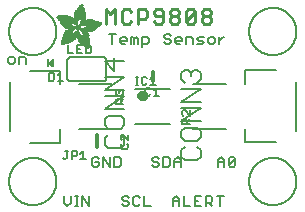
<source format=gbr>
G04 EAGLE Gerber RS-274X export*
G75*
%MOMM*%
%FSLAX34Y34*%
%LPD*%
%INSilkscreen Top*%
%IPPOS*%
%AMOC8*
5,1,8,0,0,1.08239X$1,22.5*%
G01*
%ADD10C,0.152400*%
%ADD11C,0.228600*%
%ADD12C,0.127000*%
%ADD13C,0.304800*%
%ADD14C,0.203200*%
%ADD15R,0.050800X0.006300*%
%ADD16R,0.082600X0.006400*%
%ADD17R,0.120600X0.006300*%
%ADD18R,0.139700X0.006400*%
%ADD19R,0.158800X0.006300*%
%ADD20R,0.177800X0.006400*%
%ADD21R,0.196800X0.006300*%
%ADD22R,0.215900X0.006400*%
%ADD23R,0.228600X0.006300*%
%ADD24R,0.241300X0.006400*%
%ADD25R,0.254000X0.006300*%
%ADD26R,0.266700X0.006400*%
%ADD27R,0.279400X0.006300*%
%ADD28R,0.285700X0.006400*%
%ADD29R,0.298400X0.006300*%
%ADD30R,0.311200X0.006400*%
%ADD31R,0.317500X0.006300*%
%ADD32R,0.330200X0.006400*%
%ADD33R,0.336600X0.006300*%
%ADD34R,0.349200X0.006400*%
%ADD35R,0.361900X0.006300*%
%ADD36R,0.368300X0.006400*%
%ADD37R,0.381000X0.006300*%
%ADD38R,0.387300X0.006400*%
%ADD39R,0.393700X0.006300*%
%ADD40R,0.406400X0.006400*%
%ADD41R,0.412700X0.006300*%
%ADD42R,0.419100X0.006400*%
%ADD43R,0.431800X0.006300*%
%ADD44R,0.438100X0.006400*%
%ADD45R,0.450800X0.006300*%
%ADD46R,0.457200X0.006400*%
%ADD47R,0.463500X0.006300*%
%ADD48R,0.476200X0.006400*%
%ADD49R,0.482600X0.006300*%
%ADD50R,0.488900X0.006400*%
%ADD51R,0.501600X0.006300*%
%ADD52R,0.508000X0.006400*%
%ADD53R,0.514300X0.006300*%
%ADD54R,0.527000X0.006400*%
%ADD55R,0.533400X0.006300*%
%ADD56R,0.546100X0.006400*%
%ADD57R,0.552400X0.006300*%
%ADD58R,0.558800X0.006400*%
%ADD59R,0.571500X0.006300*%
%ADD60R,0.577800X0.006400*%
%ADD61R,0.584200X0.006300*%
%ADD62R,0.596900X0.006400*%
%ADD63R,0.603200X0.006300*%
%ADD64R,0.609600X0.006400*%
%ADD65R,0.622300X0.006300*%
%ADD66R,0.628600X0.006400*%
%ADD67R,0.641300X0.006300*%
%ADD68R,0.647700X0.006400*%
%ADD69R,0.063500X0.006300*%
%ADD70R,0.654000X0.006300*%
%ADD71R,0.101600X0.006400*%
%ADD72R,0.666700X0.006400*%
%ADD73R,0.139700X0.006300*%
%ADD74R,0.673100X0.006300*%
%ADD75R,0.165100X0.006400*%
%ADD76R,0.679400X0.006400*%
%ADD77R,0.196900X0.006300*%
%ADD78R,0.692100X0.006300*%
%ADD79R,0.222200X0.006400*%
%ADD80R,0.698500X0.006400*%
%ADD81R,0.247700X0.006300*%
%ADD82R,0.704800X0.006300*%
%ADD83R,0.279400X0.006400*%
%ADD84R,0.717500X0.006400*%
%ADD85R,0.298500X0.006300*%
%ADD86R,0.723900X0.006300*%
%ADD87R,0.736600X0.006400*%
%ADD88R,0.342900X0.006300*%
%ADD89R,0.742900X0.006300*%
%ADD90R,0.374700X0.006400*%
%ADD91R,0.749300X0.006400*%
%ADD92R,0.762000X0.006300*%
%ADD93R,0.412700X0.006400*%
%ADD94R,0.768300X0.006400*%
%ADD95R,0.438100X0.006300*%
%ADD96R,0.774700X0.006300*%
%ADD97R,0.463600X0.006400*%
%ADD98R,0.787400X0.006400*%
%ADD99R,0.793700X0.006300*%
%ADD100R,0.495300X0.006400*%
%ADD101R,0.800100X0.006400*%
%ADD102R,0.520700X0.006300*%
%ADD103R,0.812800X0.006300*%
%ADD104R,0.533400X0.006400*%
%ADD105R,0.819100X0.006400*%
%ADD106R,0.558800X0.006300*%
%ADD107R,0.825500X0.006300*%
%ADD108R,0.577900X0.006400*%
%ADD109R,0.831800X0.006400*%
%ADD110R,0.596900X0.006300*%
%ADD111R,0.844500X0.006300*%
%ADD112R,0.616000X0.006400*%
%ADD113R,0.850900X0.006400*%
%ADD114R,0.635000X0.006300*%
%ADD115R,0.857200X0.006300*%
%ADD116R,0.654100X0.006400*%
%ADD117R,0.863600X0.006400*%
%ADD118R,0.666700X0.006300*%
%ADD119R,0.869900X0.006300*%
%ADD120R,0.685800X0.006400*%
%ADD121R,0.876300X0.006400*%
%ADD122R,0.882600X0.006300*%
%ADD123R,0.723900X0.006400*%
%ADD124R,0.889000X0.006400*%
%ADD125R,0.895300X0.006300*%
%ADD126R,0.755700X0.006400*%
%ADD127R,0.901700X0.006400*%
%ADD128R,0.908000X0.006300*%
%ADD129R,0.793800X0.006400*%
%ADD130R,0.914400X0.006400*%
%ADD131R,0.806400X0.006300*%
%ADD132R,0.920700X0.006300*%
%ADD133R,0.825500X0.006400*%
%ADD134R,0.927100X0.006400*%
%ADD135R,0.933400X0.006300*%
%ADD136R,0.857300X0.006400*%
%ADD137R,0.939800X0.006400*%
%ADD138R,0.870000X0.006300*%
%ADD139R,0.939800X0.006300*%
%ADD140R,0.946100X0.006400*%
%ADD141R,0.952500X0.006300*%
%ADD142R,0.908000X0.006400*%
%ADD143R,0.958800X0.006400*%
%ADD144R,0.965200X0.006300*%
%ADD145R,0.965200X0.006400*%
%ADD146R,0.971500X0.006300*%
%ADD147R,0.952500X0.006400*%
%ADD148R,0.977900X0.006400*%
%ADD149R,0.958800X0.006300*%
%ADD150R,0.984200X0.006300*%
%ADD151R,0.971500X0.006400*%
%ADD152R,0.984200X0.006400*%
%ADD153R,0.990600X0.006300*%
%ADD154R,0.984300X0.006400*%
%ADD155R,0.996900X0.006400*%
%ADD156R,0.997000X0.006300*%
%ADD157R,0.996900X0.006300*%
%ADD158R,1.003300X0.006400*%
%ADD159R,1.016000X0.006300*%
%ADD160R,1.009600X0.006300*%
%ADD161R,1.016000X0.006400*%
%ADD162R,1.009600X0.006400*%
%ADD163R,1.022300X0.006300*%
%ADD164R,1.028700X0.006400*%
%ADD165R,1.035100X0.006300*%
%ADD166R,1.047800X0.006400*%
%ADD167R,1.054100X0.006300*%
%ADD168R,1.028700X0.006300*%
%ADD169R,1.054100X0.006400*%
%ADD170R,1.035000X0.006400*%
%ADD171R,1.060400X0.006300*%
%ADD172R,1.035000X0.006300*%
%ADD173R,1.060500X0.006400*%
%ADD174R,1.041400X0.006400*%
%ADD175R,1.066800X0.006300*%
%ADD176R,1.041400X0.006300*%
%ADD177R,1.079500X0.006400*%
%ADD178R,1.047700X0.006400*%
%ADD179R,1.085900X0.006300*%
%ADD180R,1.047700X0.006300*%
%ADD181R,1.085800X0.006400*%
%ADD182R,1.092200X0.006300*%
%ADD183R,1.085900X0.006400*%
%ADD184R,1.098600X0.006300*%
%ADD185R,1.098600X0.006400*%
%ADD186R,1.060400X0.006400*%
%ADD187R,1.104900X0.006300*%
%ADD188R,1.104900X0.006400*%
%ADD189R,1.066800X0.006400*%
%ADD190R,1.111200X0.006300*%
%ADD191R,1.117600X0.006400*%
%ADD192R,1.117600X0.006300*%
%ADD193R,1.073100X0.006300*%
%ADD194R,1.073100X0.006400*%
%ADD195R,1.124000X0.006300*%
%ADD196R,1.079500X0.006300*%
%ADD197R,1.123900X0.006400*%
%ADD198R,1.130300X0.006300*%
%ADD199R,1.130300X0.006400*%
%ADD200R,1.136700X0.006400*%
%ADD201R,1.136700X0.006300*%
%ADD202R,1.085800X0.006300*%
%ADD203R,1.136600X0.006400*%
%ADD204R,1.136600X0.006300*%
%ADD205R,1.143000X0.006400*%
%ADD206R,1.143000X0.006300*%
%ADD207R,1.149400X0.006300*%
%ADD208R,1.149300X0.006300*%
%ADD209R,1.149300X0.006400*%
%ADD210R,1.149400X0.006400*%
%ADD211R,1.155700X0.006400*%
%ADD212R,1.155700X0.006300*%
%ADD213R,1.060500X0.006300*%
%ADD214R,2.197100X0.006400*%
%ADD215R,2.197100X0.006300*%
%ADD216R,2.184400X0.006300*%
%ADD217R,2.184400X0.006400*%
%ADD218R,2.171700X0.006400*%
%ADD219R,2.171700X0.006300*%
%ADD220R,1.530300X0.006400*%
%ADD221R,1.505000X0.006300*%
%ADD222R,1.492300X0.006400*%
%ADD223R,1.485900X0.006300*%
%ADD224R,0.565200X0.006300*%
%ADD225R,1.473200X0.006400*%
%ADD226R,0.565200X0.006400*%
%ADD227R,1.460500X0.006300*%
%ADD228R,1.454100X0.006400*%
%ADD229R,0.552400X0.006400*%
%ADD230R,1.441500X0.006300*%
%ADD231R,0.546100X0.006300*%
%ADD232R,1.435100X0.006400*%
%ADD233R,0.539800X0.006400*%
%ADD234R,1.428800X0.006300*%
%ADD235R,1.422400X0.006400*%
%ADD236R,1.409700X0.006300*%
%ADD237R,0.527100X0.006300*%
%ADD238R,1.403300X0.006400*%
%ADD239R,0.527100X0.006400*%
%ADD240R,1.390700X0.006300*%
%ADD241R,1.384300X0.006400*%
%ADD242R,0.520700X0.006400*%
%ADD243R,1.384300X0.006300*%
%ADD244R,0.514400X0.006300*%
%ADD245R,1.371600X0.006400*%
%ADD246R,1.365200X0.006300*%
%ADD247R,0.508000X0.006300*%
%ADD248R,1.352600X0.006400*%
%ADD249R,0.501700X0.006400*%
%ADD250R,0.711200X0.006300*%
%ADD251R,0.603300X0.006300*%
%ADD252R,0.501700X0.006300*%
%ADD253R,0.692100X0.006400*%
%ADD254R,0.571500X0.006400*%
%ADD255R,0.679400X0.006300*%
%ADD256R,0.495300X0.006300*%
%ADD257R,0.673100X0.006400*%
%ADD258R,0.666800X0.006300*%
%ADD259R,0.488900X0.006300*%
%ADD260R,0.660400X0.006400*%
%ADD261R,0.482600X0.006400*%
%ADD262R,0.476200X0.006300*%
%ADD263R,0.654000X0.006400*%
%ADD264R,0.469900X0.006400*%
%ADD265R,0.476300X0.006400*%
%ADD266R,0.647700X0.006300*%
%ADD267R,0.457200X0.006300*%
%ADD268R,0.469900X0.006300*%
%ADD269R,0.641300X0.006400*%
%ADD270R,0.444500X0.006400*%
%ADD271R,0.463600X0.006300*%
%ADD272R,0.635000X0.006400*%
%ADD273R,0.463500X0.006400*%
%ADD274R,0.393700X0.006400*%
%ADD275R,0.450800X0.006400*%
%ADD276R,0.628600X0.006300*%
%ADD277R,0.387400X0.006300*%
%ADD278R,0.450900X0.006300*%
%ADD279R,0.628700X0.006400*%
%ADD280R,0.374600X0.006400*%
%ADD281R,0.368300X0.006300*%
%ADD282R,0.438200X0.006300*%
%ADD283R,0.622300X0.006400*%
%ADD284R,0.355600X0.006400*%
%ADD285R,0.431800X0.006400*%
%ADD286R,0.349300X0.006300*%
%ADD287R,0.425400X0.006300*%
%ADD288R,0.615900X0.006300*%
%ADD289R,0.330200X0.006300*%
%ADD290R,0.419100X0.006300*%
%ADD291R,0.616000X0.006300*%
%ADD292R,0.311200X0.006300*%
%ADD293R,0.406400X0.006300*%
%ADD294R,0.615900X0.006400*%
%ADD295R,0.304800X0.006400*%
%ADD296R,0.158800X0.006400*%
%ADD297R,0.609600X0.006300*%
%ADD298R,0.292100X0.006300*%
%ADD299R,0.235000X0.006300*%
%ADD300R,0.387400X0.006400*%
%ADD301R,0.292100X0.006400*%
%ADD302R,0.336500X0.006300*%
%ADD303R,0.260400X0.006300*%
%ADD304R,0.603300X0.006400*%
%ADD305R,0.260400X0.006400*%
%ADD306R,0.362000X0.006400*%
%ADD307R,0.450900X0.006400*%
%ADD308R,0.355600X0.006300*%
%ADD309R,0.342900X0.006400*%
%ADD310R,0.514300X0.006400*%
%ADD311R,0.234900X0.006300*%
%ADD312R,0.539700X0.006300*%
%ADD313R,0.603200X0.006400*%
%ADD314R,0.234900X0.006400*%
%ADD315R,0.920700X0.006400*%
%ADD316R,0.958900X0.006400*%
%ADD317R,0.215900X0.006300*%
%ADD318R,0.209600X0.006400*%
%ADD319R,0.203200X0.006300*%
%ADD320R,1.003300X0.006300*%
%ADD321R,0.203200X0.006400*%
%ADD322R,0.196900X0.006400*%
%ADD323R,0.190500X0.006300*%
%ADD324R,0.190500X0.006400*%
%ADD325R,0.184200X0.006300*%
%ADD326R,0.590500X0.006400*%
%ADD327R,0.184200X0.006400*%
%ADD328R,0.590500X0.006300*%
%ADD329R,0.177800X0.006300*%
%ADD330R,0.584200X0.006400*%
%ADD331R,1.168400X0.006400*%
%ADD332R,0.171500X0.006300*%
%ADD333R,1.187500X0.006300*%
%ADD334R,1.200100X0.006400*%
%ADD335R,0.577800X0.006300*%
%ADD336R,1.212900X0.006300*%
%ADD337R,1.231900X0.006400*%
%ADD338R,1.250900X0.006300*%
%ADD339R,0.565100X0.006400*%
%ADD340R,0.184100X0.006400*%
%ADD341R,1.263700X0.006400*%
%ADD342R,0.565100X0.006300*%
%ADD343R,1.289100X0.006300*%
%ADD344R,1.314400X0.006400*%
%ADD345R,0.552500X0.006300*%
%ADD346R,1.568500X0.006300*%
%ADD347R,0.552500X0.006400*%
%ADD348R,1.581200X0.006400*%
%ADD349R,1.593800X0.006300*%
%ADD350R,1.606500X0.006400*%
%ADD351R,1.619300X0.006300*%
%ADD352R,0.514400X0.006400*%
%ADD353R,1.638300X0.006400*%
%ADD354R,1.657300X0.006300*%
%ADD355R,2.209800X0.006400*%
%ADD356R,2.425700X0.006300*%
%ADD357R,2.470100X0.006400*%
%ADD358R,2.501900X0.006300*%
%ADD359R,2.533700X0.006400*%
%ADD360R,2.559000X0.006300*%
%ADD361R,2.584500X0.006400*%
%ADD362R,2.609900X0.006300*%
%ADD363R,2.628900X0.006400*%
%ADD364R,2.660600X0.006300*%
%ADD365R,2.673400X0.006400*%
%ADD366R,1.422400X0.006300*%
%ADD367R,1.200200X0.006300*%
%ADD368R,1.365300X0.006300*%
%ADD369R,1.365300X0.006400*%
%ADD370R,1.352500X0.006300*%
%ADD371R,1.098500X0.006300*%
%ADD372R,1.358900X0.006400*%
%ADD373R,1.352600X0.006300*%
%ADD374R,1.358900X0.006300*%
%ADD375R,1.371600X0.006300*%
%ADD376R,1.377900X0.006400*%
%ADD377R,1.397000X0.006400*%
%ADD378R,1.403300X0.006300*%
%ADD379R,0.914400X0.006300*%
%ADD380R,0.876300X0.006300*%
%ADD381R,0.374600X0.006300*%
%ADD382R,1.073200X0.006400*%
%ADD383R,0.374700X0.006300*%
%ADD384R,0.844600X0.006400*%
%ADD385R,0.844600X0.006300*%
%ADD386R,0.831900X0.006400*%
%ADD387R,1.092200X0.006400*%
%ADD388R,0.400000X0.006300*%
%ADD389R,0.819200X0.006400*%
%ADD390R,1.111300X0.006400*%
%ADD391R,0.812800X0.006400*%
%ADD392R,0.800100X0.006300*%
%ADD393R,0.476300X0.006300*%
%ADD394R,1.181100X0.006300*%
%ADD395R,0.501600X0.006400*%
%ADD396R,1.193800X0.006400*%
%ADD397R,0.781000X0.006400*%
%ADD398R,1.238200X0.006400*%
%ADD399R,0.781100X0.006300*%
%ADD400R,1.257300X0.006300*%
%ADD401R,1.295400X0.006400*%
%ADD402R,1.333500X0.006300*%
%ADD403R,0.774700X0.006400*%
%ADD404R,1.866900X0.006400*%
%ADD405R,0.209600X0.006300*%
%ADD406R,1.866900X0.006300*%
%ADD407R,0.768400X0.006400*%
%ADD408R,0.209500X0.006400*%
%ADD409R,1.860600X0.006400*%
%ADD410R,0.762000X0.006400*%
%ADD411R,0.768400X0.006300*%
%ADD412R,1.860600X0.006300*%
%ADD413R,1.860500X0.006400*%
%ADD414R,0.222300X0.006300*%
%ADD415R,1.854200X0.006300*%
%ADD416R,0.235000X0.006400*%
%ADD417R,1.854200X0.006400*%
%ADD418R,0.768300X0.006300*%
%ADD419R,0.260300X0.006400*%
%ADD420R,1.847800X0.006400*%
%ADD421R,0.266700X0.006300*%
%ADD422R,1.847800X0.006300*%
%ADD423R,0.273100X0.006400*%
%ADD424R,1.841500X0.006400*%
%ADD425R,0.285800X0.006300*%
%ADD426R,1.841500X0.006300*%
%ADD427R,0.298500X0.006400*%
%ADD428R,1.835100X0.006400*%
%ADD429R,0.781000X0.006300*%
%ADD430R,0.304800X0.006300*%
%ADD431R,1.835100X0.006300*%
%ADD432R,0.317500X0.006400*%
%ADD433R,1.828800X0.006400*%
%ADD434R,0.787400X0.006300*%
%ADD435R,0.323800X0.006300*%
%ADD436R,1.828800X0.006300*%
%ADD437R,0.793700X0.006400*%
%ADD438R,1.822400X0.006400*%
%ADD439R,0.806500X0.006300*%
%ADD440R,1.822400X0.006300*%
%ADD441R,1.816100X0.006400*%
%ADD442R,0.819100X0.006300*%
%ADD443R,0.387300X0.006300*%
%ADD444R,1.816100X0.006300*%
%ADD445R,1.809800X0.006400*%
%ADD446R,1.803400X0.006300*%
%ADD447R,1.797000X0.006400*%
%ADD448R,0.901700X0.006300*%
%ADD449R,1.797000X0.006300*%
%ADD450R,1.441400X0.006400*%
%ADD451R,1.790700X0.006400*%
%ADD452R,1.447800X0.006300*%
%ADD453R,1.784300X0.006300*%
%ADD454R,1.447800X0.006400*%
%ADD455R,1.784300X0.006400*%
%ADD456R,1.454100X0.006300*%
%ADD457R,1.771700X0.006300*%
%ADD458R,1.460500X0.006400*%
%ADD459R,1.759000X0.006400*%
%ADD460R,1.466800X0.006300*%
%ADD461R,1.752600X0.006300*%
%ADD462R,1.466800X0.006400*%
%ADD463R,1.739900X0.006400*%
%ADD464R,1.473200X0.006300*%
%ADD465R,1.727200X0.006300*%
%ADD466R,1.479500X0.006400*%
%ADD467R,1.714500X0.006400*%
%ADD468R,1.695400X0.006300*%
%ADD469R,1.485900X0.006400*%
%ADD470R,1.682700X0.006400*%
%ADD471R,1.492200X0.006300*%
%ADD472R,1.663700X0.006300*%
%ADD473R,1.498600X0.006400*%
%ADD474R,1.644600X0.006400*%
%ADD475R,1.498600X0.006300*%
%ADD476R,1.619200X0.006300*%
%ADD477R,1.511300X0.006400*%
%ADD478R,1.600200X0.006400*%
%ADD479R,1.517700X0.006300*%
%ADD480R,1.574800X0.006300*%
%ADD481R,1.524000X0.006400*%
%ADD482R,1.555800X0.006400*%
%ADD483R,1.524000X0.006300*%
%ADD484R,1.536700X0.006300*%
%ADD485R,1.530400X0.006400*%
%ADD486R,1.517700X0.006400*%
%ADD487R,1.492300X0.006300*%
%ADD488R,1.549400X0.006400*%
%ADD489R,1.479600X0.006400*%
%ADD490R,1.549400X0.006300*%
%ADD491R,1.555700X0.006400*%
%ADD492R,1.562100X0.006300*%
%ADD493R,0.323900X0.006300*%
%ADD494R,1.568400X0.006400*%
%ADD495R,0.336600X0.006400*%
%ADD496R,1.587500X0.006300*%
%ADD497R,0.971600X0.006300*%
%ADD498R,0.349300X0.006400*%
%ADD499R,1.600200X0.006300*%
%ADD500R,0.920800X0.006300*%
%ADD501R,0.882700X0.006400*%
%ADD502R,1.612900X0.006300*%
%ADD503R,0.362000X0.006300*%
%ADD504R,1.625600X0.006400*%
%ADD505R,1.625600X0.006300*%
%ADD506R,1.644600X0.006300*%
%ADD507R,0.736600X0.006300*%
%ADD508R,0.717600X0.006400*%
%ADD509R,1.657400X0.006300*%
%ADD510R,0.679500X0.006300*%
%ADD511R,1.663700X0.006400*%
%ADD512R,0.400000X0.006400*%
%ADD513R,1.676400X0.006300*%
%ADD514R,1.676400X0.006400*%
%ADD515R,0.425500X0.006400*%
%ADD516R,1.352500X0.006400*%
%ADD517R,0.444500X0.006300*%
%ADD518R,0.361900X0.006400*%
%ADD519R,0.088900X0.006300*%
%ADD520R,1.009700X0.006300*%
%ADD521R,1.009700X0.006400*%
%ADD522R,1.022300X0.006400*%
%ADD523R,1.346200X0.006400*%
%ADD524R,1.346200X0.006300*%
%ADD525R,1.339900X0.006400*%
%ADD526R,1.035100X0.006400*%
%ADD527R,1.339800X0.006300*%
%ADD528R,1.333500X0.006400*%
%ADD529R,1.327200X0.006400*%
%ADD530R,1.320800X0.006300*%
%ADD531R,1.314500X0.006400*%
%ADD532R,1.314400X0.006300*%
%ADD533R,1.301700X0.006400*%
%ADD534R,1.295400X0.006300*%
%ADD535R,1.289000X0.006400*%
%ADD536R,1.276300X0.006300*%
%ADD537R,1.251000X0.006300*%
%ADD538R,1.244600X0.006400*%
%ADD539R,1.231900X0.006300*%
%ADD540R,1.212800X0.006400*%
%ADD541R,1.200100X0.006300*%
%ADD542R,1.187400X0.006400*%
%ADD543R,1.168400X0.006300*%
%ADD544R,1.047800X0.006300*%
%ADD545R,0.977900X0.006300*%
%ADD546R,0.946200X0.006400*%
%ADD547R,0.933400X0.006400*%
%ADD548R,0.895300X0.006400*%
%ADD549R,0.882700X0.006300*%
%ADD550R,0.863600X0.006300*%
%ADD551R,0.857200X0.006400*%
%ADD552R,0.850900X0.006300*%
%ADD553R,0.838200X0.006300*%
%ADD554R,0.806500X0.006400*%
%ADD555R,0.717600X0.006300*%
%ADD556R,0.711200X0.006400*%
%ADD557R,0.641400X0.006400*%
%ADD558R,0.641400X0.006300*%
%ADD559R,0.628700X0.006300*%
%ADD560R,0.590600X0.006300*%
%ADD561R,0.539700X0.006400*%
%ADD562R,0.285700X0.006300*%
%ADD563R,0.222200X0.006300*%
%ADD564R,0.171400X0.006300*%
%ADD565R,0.152400X0.006400*%
%ADD566R,0.133400X0.006300*%
%ADD567R,0.127000X0.762000*%
%ADD568C,0.609600*%

G36*
X42428Y122433D02*
X42428Y122433D01*
X42457Y122430D01*
X42549Y122450D01*
X42642Y122463D01*
X42669Y122476D01*
X42698Y122482D01*
X42778Y122530D01*
X42862Y122572D01*
X42883Y122593D01*
X42909Y122608D01*
X42970Y122680D01*
X43036Y122746D01*
X43049Y122772D01*
X43069Y122795D01*
X43104Y122882D01*
X43146Y122966D01*
X43150Y122996D01*
X43161Y123023D01*
X43179Y123190D01*
X43179Y128270D01*
X43174Y128299D01*
X43177Y128329D01*
X43155Y128420D01*
X43140Y128513D01*
X43126Y128539D01*
X43119Y128568D01*
X43068Y128647D01*
X43024Y128730D01*
X43003Y128751D01*
X42987Y128776D01*
X42914Y128835D01*
X42846Y128900D01*
X42819Y128912D01*
X42796Y128931D01*
X42708Y128964D01*
X42623Y129003D01*
X42593Y129006D01*
X42566Y129017D01*
X42472Y129020D01*
X42379Y129030D01*
X42349Y129024D01*
X42320Y129025D01*
X42230Y128998D01*
X42138Y128978D01*
X42113Y128963D01*
X42084Y128954D01*
X41942Y128864D01*
X38767Y126324D01*
X38698Y126247D01*
X38625Y126174D01*
X38616Y126157D01*
X38603Y126142D01*
X38561Y126046D01*
X38515Y125954D01*
X38513Y125934D01*
X38505Y125916D01*
X38496Y125813D01*
X38482Y125710D01*
X38486Y125691D01*
X38484Y125671D01*
X38509Y125570D01*
X38528Y125468D01*
X38538Y125451D01*
X38542Y125432D01*
X38598Y125345D01*
X38649Y125254D01*
X38666Y125237D01*
X38674Y125224D01*
X38699Y125204D01*
X38767Y125136D01*
X41942Y122596D01*
X41968Y122581D01*
X41990Y122561D01*
X42075Y122521D01*
X42157Y122475D01*
X42186Y122469D01*
X42213Y122457D01*
X42306Y122447D01*
X42398Y122429D01*
X42428Y122433D01*
G37*
D10*
X51788Y13215D02*
X51788Y7453D01*
X54670Y4572D01*
X57551Y7453D01*
X57551Y13215D01*
X61144Y4572D02*
X64025Y4572D01*
X62584Y4572D02*
X62584Y13215D01*
X61144Y13215D02*
X64025Y13215D01*
X67380Y13215D02*
X67380Y4572D01*
X73143Y4572D02*
X67380Y13215D01*
X73143Y13215D02*
X73143Y4572D01*
X81391Y44795D02*
X79951Y46235D01*
X77070Y46235D01*
X75629Y44795D01*
X75629Y39033D01*
X77070Y37592D01*
X79951Y37592D01*
X81391Y39033D01*
X81391Y41914D01*
X78510Y41914D01*
X84984Y46235D02*
X84984Y37592D01*
X90747Y37592D02*
X84984Y46235D01*
X90747Y46235D02*
X90747Y37592D01*
X94340Y37592D02*
X94340Y46235D01*
X94340Y37592D02*
X98661Y37592D01*
X100102Y39033D01*
X100102Y44795D01*
X98661Y46235D01*
X94340Y46235D01*
X105351Y13215D02*
X106791Y11775D01*
X105351Y13215D02*
X102470Y13215D01*
X101029Y11775D01*
X101029Y10334D01*
X102470Y8894D01*
X105351Y8894D01*
X106791Y7453D01*
X106791Y6013D01*
X105351Y4572D01*
X102470Y4572D01*
X101029Y6013D01*
X114706Y13215D02*
X116147Y11775D01*
X114706Y13215D02*
X111825Y13215D01*
X110384Y11775D01*
X110384Y6013D01*
X111825Y4572D01*
X114706Y4572D01*
X116147Y6013D01*
X119740Y4572D02*
X119740Y13215D01*
X119740Y4572D02*
X125502Y4572D01*
X132191Y44795D02*
X130751Y46235D01*
X127870Y46235D01*
X126429Y44795D01*
X126429Y43354D01*
X127870Y41914D01*
X130751Y41914D01*
X132191Y40473D01*
X132191Y39033D01*
X130751Y37592D01*
X127870Y37592D01*
X126429Y39033D01*
X135784Y37592D02*
X135784Y46235D01*
X135784Y37592D02*
X140106Y37592D01*
X141547Y39033D01*
X141547Y44795D01*
X140106Y46235D01*
X135784Y46235D01*
X145140Y43354D02*
X145140Y37592D01*
X145140Y43354D02*
X148021Y46235D01*
X150902Y43354D01*
X150902Y37592D01*
X150902Y41914D02*
X145140Y41914D01*
X143744Y10334D02*
X143744Y4572D01*
X143744Y10334D02*
X146625Y13215D01*
X149506Y10334D01*
X149506Y4572D01*
X149506Y8894D02*
X143744Y8894D01*
X153099Y13215D02*
X153099Y4572D01*
X158861Y4572D01*
X162454Y13215D02*
X168217Y13215D01*
X162454Y13215D02*
X162454Y4572D01*
X168217Y4572D01*
X165336Y8894D02*
X162454Y8894D01*
X171810Y13215D02*
X171810Y4572D01*
X171810Y13215D02*
X176131Y13215D01*
X177572Y11775D01*
X177572Y8894D01*
X176131Y7453D01*
X171810Y7453D01*
X174691Y7453D02*
X177572Y4572D01*
X184046Y4572D02*
X184046Y13215D01*
X181165Y13215D02*
X186927Y13215D01*
X181907Y37592D02*
X181907Y43354D01*
X184788Y46235D01*
X187669Y43354D01*
X187669Y37592D01*
X187669Y41914D02*
X181907Y41914D01*
X191262Y39033D02*
X191262Y44795D01*
X192703Y46235D01*
X195584Y46235D01*
X197024Y44795D01*
X197024Y39033D01*
X195584Y37592D01*
X192703Y37592D01*
X191262Y39033D01*
X197024Y44795D01*
D11*
X87015Y158877D02*
X87015Y171334D01*
X91168Y167181D01*
X95320Y171334D01*
X95320Y158877D01*
X106809Y171334D02*
X108885Y169258D01*
X106809Y171334D02*
X102657Y171334D01*
X100580Y169258D01*
X100580Y160953D01*
X102657Y158877D01*
X106809Y158877D01*
X108885Y160953D01*
X114145Y158877D02*
X114145Y171334D01*
X120374Y171334D01*
X122450Y169258D01*
X122450Y165105D01*
X120374Y163029D01*
X114145Y163029D01*
X127711Y160953D02*
X129787Y158877D01*
X133939Y158877D01*
X136015Y160953D01*
X136015Y169258D01*
X133939Y171334D01*
X129787Y171334D01*
X127711Y169258D01*
X127711Y167181D01*
X129787Y165105D01*
X136015Y165105D01*
X141276Y169258D02*
X143352Y171334D01*
X147504Y171334D01*
X149580Y169258D01*
X149580Y167181D01*
X147504Y165105D01*
X149580Y163029D01*
X149580Y160953D01*
X147504Y158877D01*
X143352Y158877D01*
X141276Y160953D01*
X141276Y163029D01*
X143352Y165105D01*
X141276Y167181D01*
X141276Y169258D01*
X143352Y165105D02*
X147504Y165105D01*
X154841Y160953D02*
X154841Y169258D01*
X156917Y171334D01*
X161069Y171334D01*
X163145Y169258D01*
X163145Y160953D01*
X161069Y158877D01*
X156917Y158877D01*
X154841Y160953D01*
X163145Y169258D01*
X168406Y169258D02*
X170482Y171334D01*
X174634Y171334D01*
X176710Y169258D01*
X176710Y167181D01*
X174634Y165105D01*
X176710Y163029D01*
X176710Y160953D01*
X174634Y158877D01*
X170482Y158877D01*
X168406Y160953D01*
X168406Y163029D01*
X170482Y165105D01*
X168406Y167181D01*
X168406Y169258D01*
X170482Y165105D02*
X174634Y165105D01*
D10*
X92669Y150375D02*
X92669Y141732D01*
X89788Y150375D02*
X95550Y150375D01*
X100584Y141732D02*
X103465Y141732D01*
X100584Y141732D02*
X99143Y143173D01*
X99143Y146054D01*
X100584Y147494D01*
X103465Y147494D01*
X104905Y146054D01*
X104905Y144613D01*
X99143Y144613D01*
X108498Y141732D02*
X108498Y147494D01*
X109939Y147494D01*
X111380Y146054D01*
X111380Y141732D01*
X111380Y146054D02*
X112820Y147494D01*
X114261Y146054D01*
X114261Y141732D01*
X117854Y138851D02*
X117854Y147494D01*
X122175Y147494D01*
X123616Y146054D01*
X123616Y143173D01*
X122175Y141732D01*
X117854Y141732D01*
X140886Y150375D02*
X142326Y148935D01*
X140886Y150375D02*
X138005Y150375D01*
X136564Y148935D01*
X136564Y147494D01*
X138005Y146054D01*
X140886Y146054D01*
X142326Y144613D01*
X142326Y143173D01*
X140886Y141732D01*
X138005Y141732D01*
X136564Y143173D01*
X147360Y141732D02*
X150241Y141732D01*
X147360Y141732D02*
X145919Y143173D01*
X145919Y146054D01*
X147360Y147494D01*
X150241Y147494D01*
X151681Y146054D01*
X151681Y144613D01*
X145919Y144613D01*
X155274Y141732D02*
X155274Y147494D01*
X159596Y147494D01*
X161037Y146054D01*
X161037Y141732D01*
X164630Y141732D02*
X168951Y141732D01*
X170392Y143173D01*
X168951Y144613D01*
X166070Y144613D01*
X164630Y146054D01*
X166070Y147494D01*
X170392Y147494D01*
X175425Y141732D02*
X178306Y141732D01*
X179747Y143173D01*
X179747Y146054D01*
X178306Y147494D01*
X175425Y147494D01*
X173985Y146054D01*
X173985Y143173D01*
X175425Y141732D01*
X183340Y141732D02*
X183340Y147494D01*
X183340Y144613D02*
X186221Y147494D01*
X187662Y147494D01*
D12*
X8894Y125095D02*
X5928Y125095D01*
X8894Y125095D02*
X10377Y126578D01*
X10377Y129544D01*
X8894Y131027D01*
X5928Y131027D01*
X4445Y129544D01*
X4445Y126578D01*
X5928Y125095D01*
X13800Y125095D02*
X13800Y131027D01*
X18249Y131027D01*
X19732Y129544D01*
X19732Y125095D01*
D13*
X80010Y64770D02*
X80010Y54610D01*
D10*
X99816Y56409D02*
X100918Y57510D01*
X99816Y56409D02*
X99816Y54205D01*
X100918Y53104D01*
X105324Y53104D01*
X106426Y54205D01*
X106426Y56409D01*
X105324Y57510D01*
X106426Y60588D02*
X106426Y64994D01*
X106426Y60588D02*
X102020Y64994D01*
X100918Y64994D01*
X99816Y63893D01*
X99816Y61689D01*
X100918Y60588D01*
D13*
X127000Y110300D02*
X127000Y118300D01*
D10*
X123719Y104654D02*
X124820Y103552D01*
X123719Y104654D02*
X121515Y104654D01*
X120414Y103552D01*
X120414Y99146D01*
X121515Y98044D01*
X123719Y98044D01*
X124820Y99146D01*
X127898Y102450D02*
X130101Y104654D01*
X130101Y98044D01*
X127898Y98044D02*
X132304Y98044D01*
D14*
X92740Y69900D02*
X64740Y69900D01*
X64740Y107900D02*
X92740Y107900D01*
D10*
X95496Y90694D02*
X102106Y90694D01*
X95496Y90694D02*
X95496Y93999D01*
X96598Y95100D01*
X98801Y95100D01*
X99903Y93999D01*
X99903Y90694D01*
X99903Y92897D02*
X102106Y95100D01*
X96598Y98178D02*
X95496Y99279D01*
X95496Y101483D01*
X96598Y102584D01*
X97700Y102584D01*
X98801Y101483D01*
X98801Y100381D01*
X98801Y101483D02*
X99903Y102584D01*
X101004Y102584D01*
X102106Y101483D01*
X102106Y99279D01*
X101004Y98178D01*
X50800Y45552D02*
X51902Y44450D01*
X53003Y44450D01*
X54105Y45552D01*
X54105Y51060D01*
X55206Y51060D02*
X53003Y51060D01*
X58284Y51060D02*
X58284Y44450D01*
X58284Y51060D02*
X61589Y51060D01*
X62691Y49958D01*
X62691Y47755D01*
X61589Y46653D01*
X58284Y46653D01*
X65768Y48856D02*
X67972Y51060D01*
X67972Y44450D01*
X70175Y44450D02*
X65768Y44450D01*
D14*
X5400Y152400D02*
X5406Y152891D01*
X5424Y153381D01*
X5454Y153871D01*
X5496Y154360D01*
X5550Y154848D01*
X5616Y155335D01*
X5694Y155819D01*
X5784Y156302D01*
X5886Y156782D01*
X5999Y157260D01*
X6124Y157734D01*
X6261Y158206D01*
X6409Y158674D01*
X6569Y159138D01*
X6740Y159598D01*
X6922Y160054D01*
X7116Y160505D01*
X7320Y160951D01*
X7536Y161392D01*
X7762Y161828D01*
X7998Y162258D01*
X8245Y162682D01*
X8503Y163100D01*
X8771Y163511D01*
X9048Y163916D01*
X9336Y164314D01*
X9633Y164705D01*
X9940Y165088D01*
X10256Y165463D01*
X10581Y165831D01*
X10915Y166191D01*
X11258Y166542D01*
X11609Y166885D01*
X11969Y167219D01*
X12337Y167544D01*
X12712Y167860D01*
X13095Y168167D01*
X13486Y168464D01*
X13884Y168752D01*
X14289Y169029D01*
X14700Y169297D01*
X15118Y169555D01*
X15542Y169802D01*
X15972Y170038D01*
X16408Y170264D01*
X16849Y170480D01*
X17295Y170684D01*
X17746Y170878D01*
X18202Y171060D01*
X18662Y171231D01*
X19126Y171391D01*
X19594Y171539D01*
X20066Y171676D01*
X20540Y171801D01*
X21018Y171914D01*
X21498Y172016D01*
X21981Y172106D01*
X22465Y172184D01*
X22952Y172250D01*
X23440Y172304D01*
X23929Y172346D01*
X24419Y172376D01*
X24909Y172394D01*
X25400Y172400D01*
X25891Y172394D01*
X26381Y172376D01*
X26871Y172346D01*
X27360Y172304D01*
X27848Y172250D01*
X28335Y172184D01*
X28819Y172106D01*
X29302Y172016D01*
X29782Y171914D01*
X30260Y171801D01*
X30734Y171676D01*
X31206Y171539D01*
X31674Y171391D01*
X32138Y171231D01*
X32598Y171060D01*
X33054Y170878D01*
X33505Y170684D01*
X33951Y170480D01*
X34392Y170264D01*
X34828Y170038D01*
X35258Y169802D01*
X35682Y169555D01*
X36100Y169297D01*
X36511Y169029D01*
X36916Y168752D01*
X37314Y168464D01*
X37705Y168167D01*
X38088Y167860D01*
X38463Y167544D01*
X38831Y167219D01*
X39191Y166885D01*
X39542Y166542D01*
X39885Y166191D01*
X40219Y165831D01*
X40544Y165463D01*
X40860Y165088D01*
X41167Y164705D01*
X41464Y164314D01*
X41752Y163916D01*
X42029Y163511D01*
X42297Y163100D01*
X42555Y162682D01*
X42802Y162258D01*
X43038Y161828D01*
X43264Y161392D01*
X43480Y160951D01*
X43684Y160505D01*
X43878Y160054D01*
X44060Y159598D01*
X44231Y159138D01*
X44391Y158674D01*
X44539Y158206D01*
X44676Y157734D01*
X44801Y157260D01*
X44914Y156782D01*
X45016Y156302D01*
X45106Y155819D01*
X45184Y155335D01*
X45250Y154848D01*
X45304Y154360D01*
X45346Y153871D01*
X45376Y153381D01*
X45394Y152891D01*
X45400Y152400D01*
X45394Y151909D01*
X45376Y151419D01*
X45346Y150929D01*
X45304Y150440D01*
X45250Y149952D01*
X45184Y149465D01*
X45106Y148981D01*
X45016Y148498D01*
X44914Y148018D01*
X44801Y147540D01*
X44676Y147066D01*
X44539Y146594D01*
X44391Y146126D01*
X44231Y145662D01*
X44060Y145202D01*
X43878Y144746D01*
X43684Y144295D01*
X43480Y143849D01*
X43264Y143408D01*
X43038Y142972D01*
X42802Y142542D01*
X42555Y142118D01*
X42297Y141700D01*
X42029Y141289D01*
X41752Y140884D01*
X41464Y140486D01*
X41167Y140095D01*
X40860Y139712D01*
X40544Y139337D01*
X40219Y138969D01*
X39885Y138609D01*
X39542Y138258D01*
X39191Y137915D01*
X38831Y137581D01*
X38463Y137256D01*
X38088Y136940D01*
X37705Y136633D01*
X37314Y136336D01*
X36916Y136048D01*
X36511Y135771D01*
X36100Y135503D01*
X35682Y135245D01*
X35258Y134998D01*
X34828Y134762D01*
X34392Y134536D01*
X33951Y134320D01*
X33505Y134116D01*
X33054Y133922D01*
X32598Y133740D01*
X32138Y133569D01*
X31674Y133409D01*
X31206Y133261D01*
X30734Y133124D01*
X30260Y132999D01*
X29782Y132886D01*
X29302Y132784D01*
X28819Y132694D01*
X28335Y132616D01*
X27848Y132550D01*
X27360Y132496D01*
X26871Y132454D01*
X26381Y132424D01*
X25891Y132406D01*
X25400Y132400D01*
X24909Y132406D01*
X24419Y132424D01*
X23929Y132454D01*
X23440Y132496D01*
X22952Y132550D01*
X22465Y132616D01*
X21981Y132694D01*
X21498Y132784D01*
X21018Y132886D01*
X20540Y132999D01*
X20066Y133124D01*
X19594Y133261D01*
X19126Y133409D01*
X18662Y133569D01*
X18202Y133740D01*
X17746Y133922D01*
X17295Y134116D01*
X16849Y134320D01*
X16408Y134536D01*
X15972Y134762D01*
X15542Y134998D01*
X15118Y135245D01*
X14700Y135503D01*
X14289Y135771D01*
X13884Y136048D01*
X13486Y136336D01*
X13095Y136633D01*
X12712Y136940D01*
X12337Y137256D01*
X11969Y137581D01*
X11609Y137915D01*
X11258Y138258D01*
X10915Y138609D01*
X10581Y138969D01*
X10256Y139337D01*
X9940Y139712D01*
X9633Y140095D01*
X9336Y140486D01*
X9048Y140884D01*
X8771Y141289D01*
X8503Y141700D01*
X8245Y142118D01*
X7998Y142542D01*
X7762Y142972D01*
X7536Y143408D01*
X7320Y143849D01*
X7116Y144295D01*
X6922Y144746D01*
X6740Y145202D01*
X6569Y145662D01*
X6409Y146126D01*
X6261Y146594D01*
X6124Y147066D01*
X5999Y147540D01*
X5886Y148018D01*
X5784Y148498D01*
X5694Y148981D01*
X5616Y149465D01*
X5550Y149952D01*
X5496Y150440D01*
X5454Y150929D01*
X5424Y151419D01*
X5406Y151909D01*
X5400Y152400D01*
X208600Y152400D02*
X208606Y152891D01*
X208624Y153381D01*
X208654Y153871D01*
X208696Y154360D01*
X208750Y154848D01*
X208816Y155335D01*
X208894Y155819D01*
X208984Y156302D01*
X209086Y156782D01*
X209199Y157260D01*
X209324Y157734D01*
X209461Y158206D01*
X209609Y158674D01*
X209769Y159138D01*
X209940Y159598D01*
X210122Y160054D01*
X210316Y160505D01*
X210520Y160951D01*
X210736Y161392D01*
X210962Y161828D01*
X211198Y162258D01*
X211445Y162682D01*
X211703Y163100D01*
X211971Y163511D01*
X212248Y163916D01*
X212536Y164314D01*
X212833Y164705D01*
X213140Y165088D01*
X213456Y165463D01*
X213781Y165831D01*
X214115Y166191D01*
X214458Y166542D01*
X214809Y166885D01*
X215169Y167219D01*
X215537Y167544D01*
X215912Y167860D01*
X216295Y168167D01*
X216686Y168464D01*
X217084Y168752D01*
X217489Y169029D01*
X217900Y169297D01*
X218318Y169555D01*
X218742Y169802D01*
X219172Y170038D01*
X219608Y170264D01*
X220049Y170480D01*
X220495Y170684D01*
X220946Y170878D01*
X221402Y171060D01*
X221862Y171231D01*
X222326Y171391D01*
X222794Y171539D01*
X223266Y171676D01*
X223740Y171801D01*
X224218Y171914D01*
X224698Y172016D01*
X225181Y172106D01*
X225665Y172184D01*
X226152Y172250D01*
X226640Y172304D01*
X227129Y172346D01*
X227619Y172376D01*
X228109Y172394D01*
X228600Y172400D01*
X229091Y172394D01*
X229581Y172376D01*
X230071Y172346D01*
X230560Y172304D01*
X231048Y172250D01*
X231535Y172184D01*
X232019Y172106D01*
X232502Y172016D01*
X232982Y171914D01*
X233460Y171801D01*
X233934Y171676D01*
X234406Y171539D01*
X234874Y171391D01*
X235338Y171231D01*
X235798Y171060D01*
X236254Y170878D01*
X236705Y170684D01*
X237151Y170480D01*
X237592Y170264D01*
X238028Y170038D01*
X238458Y169802D01*
X238882Y169555D01*
X239300Y169297D01*
X239711Y169029D01*
X240116Y168752D01*
X240514Y168464D01*
X240905Y168167D01*
X241288Y167860D01*
X241663Y167544D01*
X242031Y167219D01*
X242391Y166885D01*
X242742Y166542D01*
X243085Y166191D01*
X243419Y165831D01*
X243744Y165463D01*
X244060Y165088D01*
X244367Y164705D01*
X244664Y164314D01*
X244952Y163916D01*
X245229Y163511D01*
X245497Y163100D01*
X245755Y162682D01*
X246002Y162258D01*
X246238Y161828D01*
X246464Y161392D01*
X246680Y160951D01*
X246884Y160505D01*
X247078Y160054D01*
X247260Y159598D01*
X247431Y159138D01*
X247591Y158674D01*
X247739Y158206D01*
X247876Y157734D01*
X248001Y157260D01*
X248114Y156782D01*
X248216Y156302D01*
X248306Y155819D01*
X248384Y155335D01*
X248450Y154848D01*
X248504Y154360D01*
X248546Y153871D01*
X248576Y153381D01*
X248594Y152891D01*
X248600Y152400D01*
X248594Y151909D01*
X248576Y151419D01*
X248546Y150929D01*
X248504Y150440D01*
X248450Y149952D01*
X248384Y149465D01*
X248306Y148981D01*
X248216Y148498D01*
X248114Y148018D01*
X248001Y147540D01*
X247876Y147066D01*
X247739Y146594D01*
X247591Y146126D01*
X247431Y145662D01*
X247260Y145202D01*
X247078Y144746D01*
X246884Y144295D01*
X246680Y143849D01*
X246464Y143408D01*
X246238Y142972D01*
X246002Y142542D01*
X245755Y142118D01*
X245497Y141700D01*
X245229Y141289D01*
X244952Y140884D01*
X244664Y140486D01*
X244367Y140095D01*
X244060Y139712D01*
X243744Y139337D01*
X243419Y138969D01*
X243085Y138609D01*
X242742Y138258D01*
X242391Y137915D01*
X242031Y137581D01*
X241663Y137256D01*
X241288Y136940D01*
X240905Y136633D01*
X240514Y136336D01*
X240116Y136048D01*
X239711Y135771D01*
X239300Y135503D01*
X238882Y135245D01*
X238458Y134998D01*
X238028Y134762D01*
X237592Y134536D01*
X237151Y134320D01*
X236705Y134116D01*
X236254Y133922D01*
X235798Y133740D01*
X235338Y133569D01*
X234874Y133409D01*
X234406Y133261D01*
X233934Y133124D01*
X233460Y132999D01*
X232982Y132886D01*
X232502Y132784D01*
X232019Y132694D01*
X231535Y132616D01*
X231048Y132550D01*
X230560Y132496D01*
X230071Y132454D01*
X229581Y132424D01*
X229091Y132406D01*
X228600Y132400D01*
X228109Y132406D01*
X227619Y132424D01*
X227129Y132454D01*
X226640Y132496D01*
X226152Y132550D01*
X225665Y132616D01*
X225181Y132694D01*
X224698Y132784D01*
X224218Y132886D01*
X223740Y132999D01*
X223266Y133124D01*
X222794Y133261D01*
X222326Y133409D01*
X221862Y133569D01*
X221402Y133740D01*
X220946Y133922D01*
X220495Y134116D01*
X220049Y134320D01*
X219608Y134536D01*
X219172Y134762D01*
X218742Y134998D01*
X218318Y135245D01*
X217900Y135503D01*
X217489Y135771D01*
X217084Y136048D01*
X216686Y136336D01*
X216295Y136633D01*
X215912Y136940D01*
X215537Y137256D01*
X215169Y137581D01*
X214809Y137915D01*
X214458Y138258D01*
X214115Y138609D01*
X213781Y138969D01*
X213456Y139337D01*
X213140Y139712D01*
X212833Y140095D01*
X212536Y140486D01*
X212248Y140884D01*
X211971Y141289D01*
X211703Y141700D01*
X211445Y142118D01*
X211198Y142542D01*
X210962Y142972D01*
X210736Y143408D01*
X210520Y143849D01*
X210316Y144295D01*
X210122Y144746D01*
X209940Y145202D01*
X209769Y145662D01*
X209609Y146126D01*
X209461Y146594D01*
X209324Y147066D01*
X209199Y147540D01*
X209086Y148018D01*
X208984Y148498D01*
X208894Y148981D01*
X208816Y149465D01*
X208750Y149952D01*
X208696Y150440D01*
X208654Y150929D01*
X208624Y151419D01*
X208606Y151909D01*
X208600Y152400D01*
D10*
X205190Y58900D02*
X231190Y58900D01*
X205190Y58900D02*
X205190Y69900D01*
X205190Y107900D02*
X205190Y119900D01*
X231190Y119900D01*
X248190Y109900D02*
X248190Y67900D01*
X154010Y54509D02*
X151298Y51797D01*
X151298Y46374D01*
X154010Y43662D01*
X164856Y43662D01*
X167568Y46374D01*
X167568Y51797D01*
X164856Y54509D01*
X151298Y62745D02*
X151298Y68169D01*
X151298Y62745D02*
X154010Y60034D01*
X164856Y60034D01*
X167568Y62745D01*
X167568Y68169D01*
X164856Y70880D01*
X154010Y70880D01*
X151298Y68169D01*
X151298Y76405D02*
X167568Y76405D01*
X167568Y87252D02*
X151298Y76405D01*
X151298Y87252D02*
X167568Y87252D01*
X167568Y92777D02*
X151298Y92777D01*
X167568Y103623D01*
X151298Y103623D01*
X154010Y109148D02*
X151298Y111860D01*
X151298Y117283D01*
X154010Y119995D01*
X156721Y119995D01*
X159433Y117283D01*
X159433Y114572D01*
X159433Y117283D02*
X162145Y119995D01*
X164856Y119995D01*
X167568Y117283D01*
X167568Y111860D01*
X164856Y109148D01*
X48810Y118900D02*
X22810Y118900D01*
X48810Y118900D02*
X48810Y107900D01*
X48810Y69900D02*
X48810Y57900D01*
X22810Y57900D01*
X5810Y67900D02*
X5810Y109900D01*
X86418Y61939D02*
X89130Y64651D01*
X86418Y61939D02*
X86418Y56516D01*
X89130Y53804D01*
X99976Y53804D01*
X102688Y56516D01*
X102688Y61939D01*
X99976Y64651D01*
X86418Y72887D02*
X86418Y78311D01*
X86418Y72887D02*
X89130Y70176D01*
X99976Y70176D01*
X102688Y72887D01*
X102688Y78311D01*
X99976Y81022D01*
X89130Y81022D01*
X86418Y78311D01*
X86418Y86547D02*
X102688Y86547D01*
X102688Y97394D02*
X86418Y86547D01*
X86418Y97394D02*
X102688Y97394D01*
X102688Y102919D02*
X86418Y102919D01*
X102688Y113765D01*
X86418Y113765D01*
X86418Y127425D02*
X102688Y127425D01*
X94553Y119290D02*
X86418Y127425D01*
X94553Y130137D02*
X94553Y119290D01*
D14*
X5400Y25400D02*
X5406Y25891D01*
X5424Y26381D01*
X5454Y26871D01*
X5496Y27360D01*
X5550Y27848D01*
X5616Y28335D01*
X5694Y28819D01*
X5784Y29302D01*
X5886Y29782D01*
X5999Y30260D01*
X6124Y30734D01*
X6261Y31206D01*
X6409Y31674D01*
X6569Y32138D01*
X6740Y32598D01*
X6922Y33054D01*
X7116Y33505D01*
X7320Y33951D01*
X7536Y34392D01*
X7762Y34828D01*
X7998Y35258D01*
X8245Y35682D01*
X8503Y36100D01*
X8771Y36511D01*
X9048Y36916D01*
X9336Y37314D01*
X9633Y37705D01*
X9940Y38088D01*
X10256Y38463D01*
X10581Y38831D01*
X10915Y39191D01*
X11258Y39542D01*
X11609Y39885D01*
X11969Y40219D01*
X12337Y40544D01*
X12712Y40860D01*
X13095Y41167D01*
X13486Y41464D01*
X13884Y41752D01*
X14289Y42029D01*
X14700Y42297D01*
X15118Y42555D01*
X15542Y42802D01*
X15972Y43038D01*
X16408Y43264D01*
X16849Y43480D01*
X17295Y43684D01*
X17746Y43878D01*
X18202Y44060D01*
X18662Y44231D01*
X19126Y44391D01*
X19594Y44539D01*
X20066Y44676D01*
X20540Y44801D01*
X21018Y44914D01*
X21498Y45016D01*
X21981Y45106D01*
X22465Y45184D01*
X22952Y45250D01*
X23440Y45304D01*
X23929Y45346D01*
X24419Y45376D01*
X24909Y45394D01*
X25400Y45400D01*
X25891Y45394D01*
X26381Y45376D01*
X26871Y45346D01*
X27360Y45304D01*
X27848Y45250D01*
X28335Y45184D01*
X28819Y45106D01*
X29302Y45016D01*
X29782Y44914D01*
X30260Y44801D01*
X30734Y44676D01*
X31206Y44539D01*
X31674Y44391D01*
X32138Y44231D01*
X32598Y44060D01*
X33054Y43878D01*
X33505Y43684D01*
X33951Y43480D01*
X34392Y43264D01*
X34828Y43038D01*
X35258Y42802D01*
X35682Y42555D01*
X36100Y42297D01*
X36511Y42029D01*
X36916Y41752D01*
X37314Y41464D01*
X37705Y41167D01*
X38088Y40860D01*
X38463Y40544D01*
X38831Y40219D01*
X39191Y39885D01*
X39542Y39542D01*
X39885Y39191D01*
X40219Y38831D01*
X40544Y38463D01*
X40860Y38088D01*
X41167Y37705D01*
X41464Y37314D01*
X41752Y36916D01*
X42029Y36511D01*
X42297Y36100D01*
X42555Y35682D01*
X42802Y35258D01*
X43038Y34828D01*
X43264Y34392D01*
X43480Y33951D01*
X43684Y33505D01*
X43878Y33054D01*
X44060Y32598D01*
X44231Y32138D01*
X44391Y31674D01*
X44539Y31206D01*
X44676Y30734D01*
X44801Y30260D01*
X44914Y29782D01*
X45016Y29302D01*
X45106Y28819D01*
X45184Y28335D01*
X45250Y27848D01*
X45304Y27360D01*
X45346Y26871D01*
X45376Y26381D01*
X45394Y25891D01*
X45400Y25400D01*
X45394Y24909D01*
X45376Y24419D01*
X45346Y23929D01*
X45304Y23440D01*
X45250Y22952D01*
X45184Y22465D01*
X45106Y21981D01*
X45016Y21498D01*
X44914Y21018D01*
X44801Y20540D01*
X44676Y20066D01*
X44539Y19594D01*
X44391Y19126D01*
X44231Y18662D01*
X44060Y18202D01*
X43878Y17746D01*
X43684Y17295D01*
X43480Y16849D01*
X43264Y16408D01*
X43038Y15972D01*
X42802Y15542D01*
X42555Y15118D01*
X42297Y14700D01*
X42029Y14289D01*
X41752Y13884D01*
X41464Y13486D01*
X41167Y13095D01*
X40860Y12712D01*
X40544Y12337D01*
X40219Y11969D01*
X39885Y11609D01*
X39542Y11258D01*
X39191Y10915D01*
X38831Y10581D01*
X38463Y10256D01*
X38088Y9940D01*
X37705Y9633D01*
X37314Y9336D01*
X36916Y9048D01*
X36511Y8771D01*
X36100Y8503D01*
X35682Y8245D01*
X35258Y7998D01*
X34828Y7762D01*
X34392Y7536D01*
X33951Y7320D01*
X33505Y7116D01*
X33054Y6922D01*
X32598Y6740D01*
X32138Y6569D01*
X31674Y6409D01*
X31206Y6261D01*
X30734Y6124D01*
X30260Y5999D01*
X29782Y5886D01*
X29302Y5784D01*
X28819Y5694D01*
X28335Y5616D01*
X27848Y5550D01*
X27360Y5496D01*
X26871Y5454D01*
X26381Y5424D01*
X25891Y5406D01*
X25400Y5400D01*
X24909Y5406D01*
X24419Y5424D01*
X23929Y5454D01*
X23440Y5496D01*
X22952Y5550D01*
X22465Y5616D01*
X21981Y5694D01*
X21498Y5784D01*
X21018Y5886D01*
X20540Y5999D01*
X20066Y6124D01*
X19594Y6261D01*
X19126Y6409D01*
X18662Y6569D01*
X18202Y6740D01*
X17746Y6922D01*
X17295Y7116D01*
X16849Y7320D01*
X16408Y7536D01*
X15972Y7762D01*
X15542Y7998D01*
X15118Y8245D01*
X14700Y8503D01*
X14289Y8771D01*
X13884Y9048D01*
X13486Y9336D01*
X13095Y9633D01*
X12712Y9940D01*
X12337Y10256D01*
X11969Y10581D01*
X11609Y10915D01*
X11258Y11258D01*
X10915Y11609D01*
X10581Y11969D01*
X10256Y12337D01*
X9940Y12712D01*
X9633Y13095D01*
X9336Y13486D01*
X9048Y13884D01*
X8771Y14289D01*
X8503Y14700D01*
X8245Y15118D01*
X7998Y15542D01*
X7762Y15972D01*
X7536Y16408D01*
X7320Y16849D01*
X7116Y17295D01*
X6922Y17746D01*
X6740Y18202D01*
X6569Y18662D01*
X6409Y19126D01*
X6261Y19594D01*
X6124Y20066D01*
X5999Y20540D01*
X5886Y21018D01*
X5784Y21498D01*
X5694Y21981D01*
X5616Y22465D01*
X5550Y22952D01*
X5496Y23440D01*
X5454Y23929D01*
X5424Y24419D01*
X5406Y24909D01*
X5400Y25400D01*
X208600Y25400D02*
X208606Y25891D01*
X208624Y26381D01*
X208654Y26871D01*
X208696Y27360D01*
X208750Y27848D01*
X208816Y28335D01*
X208894Y28819D01*
X208984Y29302D01*
X209086Y29782D01*
X209199Y30260D01*
X209324Y30734D01*
X209461Y31206D01*
X209609Y31674D01*
X209769Y32138D01*
X209940Y32598D01*
X210122Y33054D01*
X210316Y33505D01*
X210520Y33951D01*
X210736Y34392D01*
X210962Y34828D01*
X211198Y35258D01*
X211445Y35682D01*
X211703Y36100D01*
X211971Y36511D01*
X212248Y36916D01*
X212536Y37314D01*
X212833Y37705D01*
X213140Y38088D01*
X213456Y38463D01*
X213781Y38831D01*
X214115Y39191D01*
X214458Y39542D01*
X214809Y39885D01*
X215169Y40219D01*
X215537Y40544D01*
X215912Y40860D01*
X216295Y41167D01*
X216686Y41464D01*
X217084Y41752D01*
X217489Y42029D01*
X217900Y42297D01*
X218318Y42555D01*
X218742Y42802D01*
X219172Y43038D01*
X219608Y43264D01*
X220049Y43480D01*
X220495Y43684D01*
X220946Y43878D01*
X221402Y44060D01*
X221862Y44231D01*
X222326Y44391D01*
X222794Y44539D01*
X223266Y44676D01*
X223740Y44801D01*
X224218Y44914D01*
X224698Y45016D01*
X225181Y45106D01*
X225665Y45184D01*
X226152Y45250D01*
X226640Y45304D01*
X227129Y45346D01*
X227619Y45376D01*
X228109Y45394D01*
X228600Y45400D01*
X229091Y45394D01*
X229581Y45376D01*
X230071Y45346D01*
X230560Y45304D01*
X231048Y45250D01*
X231535Y45184D01*
X232019Y45106D01*
X232502Y45016D01*
X232982Y44914D01*
X233460Y44801D01*
X233934Y44676D01*
X234406Y44539D01*
X234874Y44391D01*
X235338Y44231D01*
X235798Y44060D01*
X236254Y43878D01*
X236705Y43684D01*
X237151Y43480D01*
X237592Y43264D01*
X238028Y43038D01*
X238458Y42802D01*
X238882Y42555D01*
X239300Y42297D01*
X239711Y42029D01*
X240116Y41752D01*
X240514Y41464D01*
X240905Y41167D01*
X241288Y40860D01*
X241663Y40544D01*
X242031Y40219D01*
X242391Y39885D01*
X242742Y39542D01*
X243085Y39191D01*
X243419Y38831D01*
X243744Y38463D01*
X244060Y38088D01*
X244367Y37705D01*
X244664Y37314D01*
X244952Y36916D01*
X245229Y36511D01*
X245497Y36100D01*
X245755Y35682D01*
X246002Y35258D01*
X246238Y34828D01*
X246464Y34392D01*
X246680Y33951D01*
X246884Y33505D01*
X247078Y33054D01*
X247260Y32598D01*
X247431Y32138D01*
X247591Y31674D01*
X247739Y31206D01*
X247876Y30734D01*
X248001Y30260D01*
X248114Y29782D01*
X248216Y29302D01*
X248306Y28819D01*
X248384Y28335D01*
X248450Y27848D01*
X248504Y27360D01*
X248546Y26871D01*
X248576Y26381D01*
X248594Y25891D01*
X248600Y25400D01*
X248594Y24909D01*
X248576Y24419D01*
X248546Y23929D01*
X248504Y23440D01*
X248450Y22952D01*
X248384Y22465D01*
X248306Y21981D01*
X248216Y21498D01*
X248114Y21018D01*
X248001Y20540D01*
X247876Y20066D01*
X247739Y19594D01*
X247591Y19126D01*
X247431Y18662D01*
X247260Y18202D01*
X247078Y17746D01*
X246884Y17295D01*
X246680Y16849D01*
X246464Y16408D01*
X246238Y15972D01*
X246002Y15542D01*
X245755Y15118D01*
X245497Y14700D01*
X245229Y14289D01*
X244952Y13884D01*
X244664Y13486D01*
X244367Y13095D01*
X244060Y12712D01*
X243744Y12337D01*
X243419Y11969D01*
X243085Y11609D01*
X242742Y11258D01*
X242391Y10915D01*
X242031Y10581D01*
X241663Y10256D01*
X241288Y9940D01*
X240905Y9633D01*
X240514Y9336D01*
X240116Y9048D01*
X239711Y8771D01*
X239300Y8503D01*
X238882Y8245D01*
X238458Y7998D01*
X238028Y7762D01*
X237592Y7536D01*
X237151Y7320D01*
X236705Y7116D01*
X236254Y6922D01*
X235798Y6740D01*
X235338Y6569D01*
X234874Y6409D01*
X234406Y6261D01*
X233934Y6124D01*
X233460Y5999D01*
X232982Y5886D01*
X232502Y5784D01*
X232019Y5694D01*
X231535Y5616D01*
X231048Y5550D01*
X230560Y5496D01*
X230071Y5454D01*
X229581Y5424D01*
X229091Y5406D01*
X228600Y5400D01*
X228109Y5406D01*
X227619Y5424D01*
X227129Y5454D01*
X226640Y5496D01*
X226152Y5550D01*
X225665Y5616D01*
X225181Y5694D01*
X224698Y5784D01*
X224218Y5886D01*
X223740Y5999D01*
X223266Y6124D01*
X222794Y6261D01*
X222326Y6409D01*
X221862Y6569D01*
X221402Y6740D01*
X220946Y6922D01*
X220495Y7116D01*
X220049Y7320D01*
X219608Y7536D01*
X219172Y7762D01*
X218742Y7998D01*
X218318Y8245D01*
X217900Y8503D01*
X217489Y8771D01*
X217084Y9048D01*
X216686Y9336D01*
X216295Y9633D01*
X215912Y9940D01*
X215537Y10256D01*
X215169Y10581D01*
X214809Y10915D01*
X214458Y11258D01*
X214115Y11609D01*
X213781Y11969D01*
X213456Y12337D01*
X213140Y12712D01*
X212833Y13095D01*
X212536Y13486D01*
X212248Y13884D01*
X211971Y14289D01*
X211703Y14700D01*
X211445Y15118D01*
X211198Y15542D01*
X210962Y15972D01*
X210736Y16408D01*
X210520Y16849D01*
X210316Y17295D01*
X210122Y17746D01*
X209940Y18202D01*
X209769Y18662D01*
X209609Y19126D01*
X209461Y19594D01*
X209324Y20066D01*
X209199Y20540D01*
X209086Y21018D01*
X208984Y21498D01*
X208894Y21981D01*
X208816Y22465D01*
X208750Y22952D01*
X208696Y23440D01*
X208654Y23929D01*
X208624Y24419D01*
X208606Y24909D01*
X208600Y25400D01*
D15*
X72358Y137351D03*
D16*
X72390Y137414D03*
D17*
X72390Y137478D03*
D18*
X72359Y137541D03*
D19*
X72390Y137605D03*
D20*
X72358Y137668D03*
D21*
X72390Y137732D03*
D22*
X72359Y137795D03*
D23*
X72358Y137859D03*
D24*
X72295Y137922D03*
D25*
X72295Y137986D03*
D26*
X72232Y138049D03*
D27*
X72231Y138113D03*
D28*
X72200Y138176D03*
D29*
X72136Y138240D03*
D30*
X72136Y138303D03*
D31*
X72105Y138367D03*
D32*
X72041Y138430D03*
D33*
X72009Y138494D03*
D34*
X72009Y138557D03*
D35*
X71946Y138621D03*
D36*
X71914Y138684D03*
D37*
X71850Y138748D03*
D38*
X71819Y138811D03*
D39*
X71787Y138875D03*
D40*
X71723Y138938D03*
D41*
X71692Y139002D03*
D42*
X71660Y139065D03*
D43*
X71596Y139129D03*
D44*
X71565Y139192D03*
D45*
X71501Y139256D03*
D46*
X71469Y139319D03*
D47*
X71438Y139383D03*
D48*
X71374Y139446D03*
D49*
X71342Y139510D03*
D50*
X71311Y139573D03*
D51*
X71247Y139637D03*
D52*
X71215Y139700D03*
D53*
X71184Y139764D03*
D54*
X71120Y139827D03*
D55*
X71088Y139891D03*
D56*
X71025Y139954D03*
D57*
X70993Y140018D03*
D58*
X70961Y140081D03*
D59*
X70898Y140145D03*
D60*
X70866Y140208D03*
D61*
X70834Y140272D03*
D62*
X70771Y140335D03*
D63*
X70739Y140399D03*
D64*
X70707Y140462D03*
D65*
X70644Y140526D03*
D66*
X70612Y140589D03*
D67*
X70549Y140653D03*
D68*
X70517Y140716D03*
D69*
X50705Y140780D03*
D70*
X70485Y140780D03*
D71*
X50705Y140843D03*
D72*
X70422Y140843D03*
D73*
X50769Y140907D03*
D74*
X70390Y140907D03*
D75*
X50832Y140970D03*
D76*
X70358Y140970D03*
D77*
X50864Y141034D03*
D78*
X70295Y141034D03*
D79*
X50927Y141097D03*
D80*
X70263Y141097D03*
D81*
X50991Y141161D03*
D82*
X70231Y141161D03*
D83*
X51086Y141224D03*
D84*
X70168Y141224D03*
D85*
X51118Y141288D03*
D86*
X70136Y141288D03*
D32*
X51213Y141351D03*
D87*
X70072Y141351D03*
D88*
X51277Y141415D03*
D89*
X70041Y141415D03*
D90*
X51372Y141478D03*
D91*
X70009Y141478D03*
D39*
X51467Y141542D03*
D92*
X69945Y141542D03*
D93*
X51499Y141605D03*
D94*
X69914Y141605D03*
D95*
X51626Y141669D03*
D96*
X69882Y141669D03*
D97*
X51689Y141732D03*
D98*
X69818Y141732D03*
D49*
X51784Y141796D03*
D99*
X69787Y141796D03*
D100*
X51848Y141859D03*
D101*
X69755Y141859D03*
D102*
X51975Y141923D03*
D103*
X69691Y141923D03*
D104*
X52038Y141986D03*
D105*
X69660Y141986D03*
D106*
X52165Y142050D03*
D107*
X69628Y142050D03*
D108*
X52261Y142113D03*
D109*
X69596Y142113D03*
D110*
X52356Y142177D03*
D111*
X69533Y142177D03*
D112*
X52451Y142240D03*
D113*
X69501Y142240D03*
D114*
X52546Y142304D03*
D115*
X69469Y142304D03*
D116*
X52642Y142367D03*
D117*
X69437Y142367D03*
D118*
X52769Y142431D03*
D119*
X69406Y142431D03*
D120*
X52864Y142494D03*
D121*
X69374Y142494D03*
D82*
X52959Y142558D03*
D122*
X69342Y142558D03*
D123*
X53055Y142621D03*
D124*
X69310Y142621D03*
D89*
X53150Y142685D03*
D125*
X69279Y142685D03*
D126*
X53277Y142748D03*
D127*
X69247Y142748D03*
D96*
X53372Y142812D03*
D128*
X69215Y142812D03*
D129*
X53467Y142875D03*
D130*
X69183Y142875D03*
D131*
X53594Y142939D03*
D132*
X69152Y142939D03*
D133*
X53690Y143002D03*
D134*
X69120Y143002D03*
D111*
X53785Y143066D03*
D135*
X69088Y143066D03*
D136*
X53912Y143129D03*
D137*
X69056Y143129D03*
D138*
X53975Y143193D03*
D139*
X69056Y143193D03*
D124*
X54070Y143256D03*
D140*
X69025Y143256D03*
D125*
X54166Y143320D03*
D141*
X68993Y143320D03*
D142*
X54229Y143383D03*
D143*
X68961Y143383D03*
D132*
X54293Y143447D03*
D144*
X68929Y143447D03*
D134*
X54388Y143510D03*
D145*
X68929Y143510D03*
D139*
X54451Y143574D03*
D146*
X68898Y143574D03*
D147*
X54515Y143637D03*
D148*
X68866Y143637D03*
D149*
X54610Y143701D03*
D150*
X68834Y143701D03*
D151*
X54674Y143764D03*
D152*
X68834Y143764D03*
D150*
X54737Y143828D03*
D153*
X68802Y143828D03*
D154*
X54801Y143891D03*
D155*
X68771Y143891D03*
D156*
X54864Y143955D03*
D157*
X68771Y143955D03*
D158*
X54896Y144018D03*
X68739Y144018D03*
D159*
X54959Y144082D03*
D160*
X68707Y144082D03*
D161*
X55023Y144145D03*
D162*
X68707Y144145D03*
D163*
X55055Y144209D03*
D159*
X68675Y144209D03*
D164*
X55150Y144272D03*
D161*
X68675Y144272D03*
D165*
X55182Y144336D03*
D163*
X68644Y144336D03*
D166*
X55245Y144399D03*
D164*
X68612Y144399D03*
D167*
X55277Y144463D03*
D168*
X68612Y144463D03*
D169*
X55341Y144526D03*
D170*
X68580Y144526D03*
D171*
X55372Y144590D03*
D172*
X68580Y144590D03*
D173*
X55436Y144653D03*
D174*
X68548Y144653D03*
D175*
X55467Y144717D03*
D176*
X68548Y144717D03*
D177*
X55531Y144780D03*
D178*
X68517Y144780D03*
D179*
X55563Y144844D03*
D180*
X68517Y144844D03*
D181*
X55626Y144907D03*
D169*
X68485Y144907D03*
D182*
X55658Y144971D03*
D167*
X68485Y144971D03*
D183*
X55690Y145034D03*
D169*
X68485Y145034D03*
D184*
X55753Y145098D03*
D171*
X68453Y145098D03*
D185*
X55753Y145161D03*
D186*
X68453Y145161D03*
D187*
X55785Y145225D03*
D175*
X68421Y145225D03*
D188*
X55849Y145288D03*
D189*
X68421Y145288D03*
D190*
X55880Y145352D03*
D175*
X68421Y145352D03*
D191*
X55912Y145415D03*
D189*
X68421Y145415D03*
D192*
X55975Y145479D03*
D193*
X68390Y145479D03*
D191*
X55975Y145542D03*
D194*
X68390Y145542D03*
D195*
X56007Y145606D03*
D196*
X68358Y145606D03*
D197*
X56071Y145669D03*
D177*
X68358Y145669D03*
D198*
X56103Y145733D03*
D196*
X68358Y145733D03*
D199*
X56103Y145796D03*
D177*
X68358Y145796D03*
D198*
X56166Y145860D03*
D196*
X68358Y145860D03*
D200*
X56198Y145923D03*
D181*
X68326Y145923D03*
D201*
X56198Y145987D03*
D202*
X68326Y145987D03*
D203*
X56261Y146050D03*
D177*
X68295Y146050D03*
D204*
X56261Y146114D03*
D196*
X68295Y146114D03*
D205*
X56293Y146177D03*
D183*
X68263Y146177D03*
D206*
X56356Y146241D03*
D179*
X68263Y146241D03*
D205*
X56356Y146304D03*
D183*
X68263Y146304D03*
D207*
X56388Y146368D03*
D179*
X68263Y146368D03*
D205*
X56420Y146431D03*
D183*
X68263Y146431D03*
D208*
X56452Y146495D03*
D179*
X68263Y146495D03*
D209*
X56452Y146558D03*
D183*
X68263Y146558D03*
D207*
X56515Y146622D03*
D179*
X68263Y146622D03*
D210*
X56515Y146685D03*
D183*
X68263Y146685D03*
D207*
X56515Y146749D03*
D202*
X68199Y146749D03*
D209*
X56579Y146812D03*
D181*
X68199Y146812D03*
D208*
X56579Y146876D03*
D202*
X68199Y146876D03*
D211*
X56611Y146939D03*
D181*
X68199Y146939D03*
D207*
X56642Y147003D03*
D202*
X68199Y147003D03*
D210*
X56642Y147066D03*
D181*
X68199Y147066D03*
D212*
X56674Y147130D03*
D202*
X68199Y147130D03*
D209*
X56706Y147193D03*
D181*
X68199Y147193D03*
D208*
X56706Y147257D03*
D196*
X68168Y147257D03*
D211*
X56738Y147320D03*
D177*
X68168Y147320D03*
D207*
X56769Y147384D03*
D196*
X68168Y147384D03*
D210*
X56769Y147447D03*
D177*
X68168Y147447D03*
D207*
X56769Y147511D03*
D196*
X68168Y147511D03*
D209*
X56833Y147574D03*
D194*
X68136Y147574D03*
D208*
X56833Y147638D03*
D193*
X68136Y147638D03*
D209*
X56833Y147701D03*
D189*
X68167Y147701D03*
D207*
X56896Y147765D03*
D175*
X68167Y147765D03*
D210*
X56896Y147828D03*
D189*
X68167Y147828D03*
D207*
X56896Y147892D03*
D213*
X68136Y147892D03*
D205*
X56928Y147955D03*
D173*
X68136Y147955D03*
D208*
X56960Y148019D03*
D213*
X68136Y148019D03*
D209*
X56960Y148082D03*
D169*
X68104Y148082D03*
D206*
X56991Y148146D03*
D167*
X68104Y148146D03*
D210*
X57023Y148209D03*
D169*
X68104Y148209D03*
D207*
X57023Y148273D03*
D167*
X68104Y148273D03*
D214*
X62326Y148336D03*
D215*
X62326Y148400D03*
D214*
X62326Y148463D03*
D216*
X62325Y148527D03*
D217*
X62325Y148590D03*
D216*
X62325Y148654D03*
D218*
X62326Y148717D03*
D219*
X62326Y148781D03*
D220*
X59119Y148844D03*
D62*
X70136Y148844D03*
D221*
X59055Y148908D03*
D61*
X70199Y148908D03*
D222*
X58992Y148971D03*
D60*
X70231Y148971D03*
D223*
X58960Y149035D03*
D224*
X70231Y149035D03*
D225*
X58896Y149098D03*
D226*
X70231Y149098D03*
D227*
X58897Y149162D03*
D57*
X70231Y149162D03*
D228*
X58865Y149225D03*
D229*
X70231Y149225D03*
D230*
X58865Y149289D03*
D231*
X70200Y149289D03*
D232*
X58833Y149352D03*
D233*
X70231Y149352D03*
D234*
X58801Y149416D03*
D55*
X70199Y149416D03*
D235*
X58769Y149479D03*
D104*
X70199Y149479D03*
D236*
X58770Y149543D03*
D237*
X70168Y149543D03*
D238*
X58738Y149606D03*
D239*
X70168Y149606D03*
D240*
X58738Y149670D03*
D102*
X70136Y149670D03*
D241*
X58706Y149733D03*
D242*
X70136Y149733D03*
D243*
X58706Y149797D03*
D244*
X70104Y149797D03*
D245*
X58706Y149860D03*
D52*
X70072Y149860D03*
D246*
X58674Y149924D03*
D247*
X70072Y149924D03*
D248*
X58674Y149987D03*
D249*
X70041Y149987D03*
D250*
X55467Y150051D03*
D251*
X62421Y150051D03*
D252*
X70041Y150051D03*
D253*
X55436Y150114D03*
D254*
X62516Y150114D03*
D100*
X70009Y150114D03*
D255*
X55372Y150178D03*
D231*
X62580Y150178D03*
D256*
X69946Y150178D03*
D257*
X55404Y150241D03*
D104*
X62643Y150241D03*
D50*
X69914Y150241D03*
D258*
X55372Y150305D03*
D53*
X62675Y150305D03*
D259*
X69914Y150305D03*
D260*
X55340Y150368D03*
D100*
X62707Y150368D03*
D261*
X69882Y150368D03*
D70*
X55372Y150432D03*
D49*
X62770Y150432D03*
D262*
X69850Y150432D03*
D263*
X55372Y150495D03*
D264*
X62770Y150495D03*
D265*
X69787Y150495D03*
D266*
X55404Y150559D03*
D267*
X62833Y150559D03*
D268*
X69755Y150559D03*
D269*
X55436Y150622D03*
D270*
X62834Y150622D03*
D264*
X69755Y150622D03*
D67*
X55436Y150686D03*
D43*
X62897Y150686D03*
D271*
X69723Y150686D03*
D272*
X55467Y150749D03*
D42*
X62897Y150749D03*
D273*
X69660Y150749D03*
D114*
X55467Y150813D03*
D41*
X62929Y150813D03*
D267*
X69628Y150813D03*
D66*
X55499Y150876D03*
D274*
X62961Y150876D03*
D275*
X69596Y150876D03*
D276*
X55499Y150940D03*
D277*
X62992Y150940D03*
D278*
X69533Y150940D03*
D279*
X55563Y151003D03*
D280*
X62992Y151003D03*
D270*
X69501Y151003D03*
D65*
X55595Y151067D03*
D281*
X63024Y151067D03*
D282*
X69469Y151067D03*
D283*
X55595Y151130D03*
D284*
X63024Y151130D03*
D285*
X69374Y151130D03*
D65*
X55658Y151194D03*
D286*
X63056Y151194D03*
D287*
X69342Y151194D03*
D283*
X55658Y151257D03*
D32*
X63087Y151257D03*
D42*
X69311Y151257D03*
D288*
X55690Y151321D03*
D289*
X63087Y151321D03*
D290*
X69247Y151321D03*
D112*
X55753Y151384D03*
D30*
X63119Y151384D03*
D40*
X69183Y151384D03*
D291*
X55753Y151448D03*
D292*
X63119Y151448D03*
D293*
X69120Y151448D03*
D294*
X55817Y151511D03*
D295*
X63151Y151511D03*
D274*
X69057Y151511D03*
D296*
X73025Y151511D03*
D297*
X55848Y151575D03*
D298*
X63151Y151575D03*
D39*
X68993Y151575D03*
D299*
X73025Y151575D03*
D112*
X55880Y151638D03*
D28*
X63183Y151638D03*
D300*
X68961Y151638D03*
D301*
X73057Y151638D03*
D288*
X55944Y151702D03*
D27*
X63214Y151702D03*
D37*
X68866Y151702D03*
D302*
X73089Y151702D03*
D64*
X55975Y151765D03*
D26*
X63215Y151765D03*
D280*
X68834Y151765D03*
D90*
X73089Y151765D03*
D297*
X56039Y151829D03*
D303*
X63246Y151829D03*
D281*
X68739Y151829D03*
D41*
X73089Y151829D03*
D304*
X56071Y151892D03*
D305*
X63246Y151892D03*
D306*
X68707Y151892D03*
D307*
X73089Y151892D03*
D297*
X56102Y151956D03*
D25*
X63278Y151956D03*
D308*
X68612Y151956D03*
D49*
X73057Y151956D03*
D64*
X56166Y152019D03*
D24*
X63278Y152019D03*
D309*
X68549Y152019D03*
D310*
X73089Y152019D03*
D251*
X56198Y152083D03*
D311*
X63310Y152083D03*
D88*
X68485Y152083D03*
D312*
X73089Y152083D03*
D313*
X56261Y152146D03*
D314*
X63310Y152146D03*
D315*
X71311Y152146D03*
D251*
X56325Y152210D03*
D23*
X63341Y152210D03*
D135*
X71374Y152210D03*
D313*
X56388Y152273D03*
D22*
X63342Y152273D03*
D316*
X71438Y152273D03*
D110*
X56420Y152337D03*
D317*
X63342Y152337D03*
D144*
X71469Y152337D03*
D62*
X56484Y152400D03*
D318*
X63373Y152400D03*
D152*
X71501Y152400D03*
D110*
X56547Y152464D03*
D319*
X63405Y152464D03*
D320*
X71533Y152464D03*
D62*
X56611Y152527D03*
D321*
X63405Y152527D03*
D161*
X71596Y152527D03*
D110*
X56674Y152591D03*
D77*
X63437Y152591D03*
D172*
X71628Y152591D03*
D62*
X56738Y152654D03*
D322*
X63437Y152654D03*
D166*
X71628Y152654D03*
D110*
X56801Y152718D03*
D323*
X63469Y152718D03*
D175*
X71660Y152718D03*
D62*
X56865Y152781D03*
D324*
X63469Y152781D03*
D194*
X71692Y152781D03*
D110*
X56928Y152845D03*
D325*
X63500Y152845D03*
D182*
X71723Y152845D03*
D326*
X56960Y152908D03*
D327*
X63500Y152908D03*
D188*
X71724Y152908D03*
D328*
X57087Y152972D03*
D329*
X63532Y152972D03*
D195*
X71755Y152972D03*
D330*
X57118Y153035D03*
D20*
X63532Y153035D03*
D203*
X71755Y153035D03*
D328*
X57214Y153099D03*
D329*
X63532Y153099D03*
D212*
X71787Y153099D03*
D330*
X57309Y153162D03*
D20*
X63532Y153162D03*
D331*
X71787Y153162D03*
D61*
X57372Y153226D03*
D332*
X63564Y153226D03*
D333*
X71819Y153226D03*
D108*
X57468Y153289D03*
D20*
X63595Y153289D03*
D334*
X71819Y153289D03*
D335*
X57531Y153353D03*
D329*
X63595Y153353D03*
D336*
X71819Y153353D03*
D60*
X57658Y153416D03*
D327*
X63627Y153416D03*
D337*
X71851Y153416D03*
D59*
X57754Y153480D03*
D325*
X63627Y153480D03*
D338*
X71819Y153480D03*
D339*
X57849Y153543D03*
D340*
X63691Y153543D03*
D341*
X71819Y153543D03*
D342*
X57976Y153607D03*
D77*
X63691Y153607D03*
D343*
X71819Y153607D03*
D58*
X58071Y153670D03*
D318*
X63754Y153670D03*
D344*
X71755Y153670D03*
D345*
X58230Y153734D03*
D346*
X70549Y153734D03*
D347*
X58357Y153797D03*
D348*
X70612Y153797D03*
D55*
X58515Y153861D03*
D349*
X70612Y153861D03*
D104*
X58706Y153924D03*
D350*
X70676Y153924D03*
D102*
X58833Y153988D03*
D351*
X70676Y153988D03*
D352*
X59055Y154051D03*
D353*
X70708Y154051D03*
D102*
X59278Y154115D03*
D354*
X70676Y154115D03*
D355*
X67977Y154178D03*
D356*
X67025Y154242D03*
D357*
X66866Y154305D03*
D358*
X66771Y154369D03*
D359*
X66739Y154432D03*
D360*
X66675Y154496D03*
D361*
X66612Y154559D03*
D362*
X66612Y154623D03*
D363*
X66580Y154686D03*
D364*
X66548Y154750D03*
D365*
X66548Y154813D03*
D366*
X60103Y154877D03*
D367*
X74041Y154877D03*
D241*
X59849Y154940D03*
D211*
X74327Y154940D03*
D368*
X59627Y155004D03*
D195*
X74549Y155004D03*
D369*
X59500Y155067D03*
D191*
X74708Y155067D03*
D370*
X59373Y155131D03*
D371*
X74867Y155131D03*
D372*
X59278Y155194D03*
D183*
X74994Y155194D03*
D373*
X59182Y155258D03*
D196*
X75153Y155258D03*
D372*
X59087Y155321D03*
D189*
X75279Y155321D03*
D374*
X59024Y155385D03*
D213*
X75375Y155385D03*
D245*
X58960Y155448D03*
D173*
X75502Y155448D03*
D375*
X58896Y155512D03*
D167*
X75597Y155512D03*
D376*
X58865Y155575D03*
D186*
X75692Y155575D03*
D243*
X58833Y155639D03*
D167*
X75788Y155639D03*
D377*
X58769Y155702D03*
D173*
X75883Y155702D03*
D378*
X58738Y155766D03*
D167*
X75978Y155766D03*
D137*
X56356Y155829D03*
D40*
X63722Y155829D03*
D169*
X76042Y155829D03*
D379*
X56166Y155893D03*
D39*
X63850Y155893D03*
D213*
X76137Y155893D03*
D124*
X55975Y155956D03*
D90*
X63945Y155956D03*
D186*
X76200Y155956D03*
D380*
X55849Y156020D03*
D381*
X64008Y156020D03*
D193*
X76264Y156020D03*
D117*
X55721Y156083D03*
D36*
X64040Y156083D03*
D382*
X76327Y156083D03*
D115*
X55626Y156147D03*
D383*
X64072Y156147D03*
D193*
X76391Y156147D03*
D384*
X55499Y156210D03*
D280*
X64135Y156210D03*
D181*
X76454Y156210D03*
D385*
X55372Y156274D03*
D37*
X64167Y156274D03*
D182*
X76486Y156274D03*
D386*
X55309Y156337D03*
D38*
X64199Y156337D03*
D387*
X76549Y156337D03*
D107*
X55214Y156401D03*
D388*
X64262Y156401D03*
D187*
X76613Y156401D03*
D389*
X55118Y156464D03*
D40*
X64294Y156464D03*
D390*
X76645Y156464D03*
D103*
X55023Y156528D03*
D290*
X64358Y156528D03*
D198*
X76677Y156528D03*
D391*
X54959Y156591D03*
D285*
X64421Y156591D03*
D203*
X76708Y156591D03*
D131*
X54864Y156655D03*
D95*
X64453Y156655D03*
D207*
X76708Y156655D03*
D101*
X54769Y156718D03*
D97*
X64516Y156718D03*
D331*
X76740Y156718D03*
D392*
X54706Y156782D03*
D393*
X64580Y156782D03*
D394*
X76740Y156782D03*
D129*
X54610Y156845D03*
D395*
X64643Y156845D03*
D396*
X76740Y156845D03*
D99*
X54547Y156909D03*
D53*
X64707Y156909D03*
D336*
X76772Y156909D03*
D397*
X54483Y156972D03*
D56*
X64802Y156972D03*
D398*
X76708Y156972D03*
D399*
X54420Y157036D03*
D335*
X64897Y157036D03*
D400*
X76677Y157036D03*
D397*
X54356Y157099D03*
D112*
X65024Y157099D03*
D401*
X76613Y157099D03*
D399*
X54293Y157163D03*
D23*
X63087Y157163D03*
D287*
X66421Y157163D03*
D402*
X76486Y157163D03*
D403*
X54261Y157226D03*
D22*
X62961Y157226D03*
D404*
X73883Y157226D03*
D96*
X54198Y157290D03*
D405*
X62865Y157290D03*
D406*
X73946Y157290D03*
D407*
X54102Y157353D03*
D408*
X62802Y157353D03*
D409*
X74041Y157353D03*
D96*
X54071Y157417D03*
D405*
X62738Y157417D03*
D406*
X74073Y157417D03*
D410*
X54007Y157480D03*
D22*
X62707Y157480D03*
D409*
X74168Y157480D03*
D411*
X53975Y157544D03*
D317*
X62643Y157544D03*
D412*
X74168Y157544D03*
D94*
X53912Y157607D03*
D79*
X62611Y157607D03*
D413*
X74232Y157607D03*
D411*
X53848Y157671D03*
D414*
X62548Y157671D03*
D415*
X74263Y157671D03*
D410*
X53816Y157734D03*
D416*
X62484Y157734D03*
D417*
X74327Y157734D03*
D418*
X53785Y157798D03*
D311*
X62421Y157798D03*
D415*
X74327Y157798D03*
D407*
X53721Y157861D03*
D24*
X62389Y157861D03*
D417*
X74390Y157861D03*
D92*
X53689Y157925D03*
D25*
X62325Y157925D03*
D415*
X74390Y157925D03*
D94*
X53658Y157988D03*
D419*
X62294Y157988D03*
D420*
X74422Y157988D03*
D411*
X53594Y158052D03*
D421*
X62199Y158052D03*
D422*
X74422Y158052D03*
D403*
X53563Y158115D03*
D423*
X62167Y158115D03*
D424*
X74454Y158115D03*
D96*
X53563Y158179D03*
D425*
X62103Y158179D03*
D426*
X74454Y158179D03*
D403*
X53499Y158242D03*
D427*
X62040Y158242D03*
D428*
X74486Y158242D03*
D429*
X53467Y158306D03*
D430*
X61944Y158306D03*
D431*
X74486Y158306D03*
D98*
X53435Y158369D03*
D432*
X61881Y158369D03*
D433*
X74517Y158369D03*
D434*
X53435Y158433D03*
D435*
X61849Y158433D03*
D436*
X74517Y158433D03*
D437*
X53404Y158496D03*
D309*
X61754Y158496D03*
D438*
X74549Y158496D03*
D439*
X53404Y158560D03*
D308*
X61690Y158560D03*
D440*
X74549Y158560D03*
D391*
X53372Y158623D03*
D280*
X61595Y158623D03*
D441*
X74518Y158623D03*
D442*
X53404Y158687D03*
D443*
X61532Y158687D03*
D444*
X74518Y158687D03*
D386*
X53404Y158750D03*
D40*
X61436Y158750D03*
D445*
X74549Y158750D03*
D111*
X53404Y158814D03*
D287*
X61341Y158814D03*
D446*
X74517Y158814D03*
D117*
X53499Y158877D03*
D46*
X61182Y158877D03*
D447*
X74549Y158877D03*
D448*
X53626Y158941D03*
D51*
X60960Y158941D03*
D449*
X74549Y158941D03*
D450*
X56261Y159004D03*
D451*
X74518Y159004D03*
D452*
X56229Y159068D03*
D453*
X74486Y159068D03*
D454*
X56229Y159131D03*
D455*
X74486Y159131D03*
D456*
X56198Y159195D03*
D457*
X74486Y159195D03*
D458*
X56166Y159258D03*
D459*
X74422Y159258D03*
D460*
X56134Y159322D03*
D461*
X74390Y159322D03*
D462*
X56134Y159385D03*
D463*
X74327Y159385D03*
D464*
X56102Y159449D03*
D465*
X74327Y159449D03*
D466*
X56071Y159512D03*
D467*
X74264Y159512D03*
D223*
X56039Y159576D03*
D468*
X74168Y159576D03*
D469*
X56039Y159639D03*
D470*
X74105Y159639D03*
D471*
X56007Y159703D03*
D472*
X74010Y159703D03*
D473*
X55975Y159766D03*
D474*
X73914Y159766D03*
D475*
X55975Y159830D03*
D476*
X73787Y159830D03*
D477*
X55976Y159893D03*
D478*
X73755Y159893D03*
D479*
X55944Y159957D03*
D480*
X73628Y159957D03*
D481*
X55912Y160020D03*
D482*
X73533Y160020D03*
D483*
X55912Y160084D03*
D484*
X73438Y160084D03*
D485*
X55880Y160147D03*
D486*
X73343Y160147D03*
D484*
X55849Y160211D03*
D487*
X73216Y160211D03*
D488*
X55848Y160274D03*
D489*
X73152Y160274D03*
D490*
X55848Y160338D03*
D292*
X67310Y160338D03*
D206*
X74644Y160338D03*
D491*
X55817Y160401D03*
D432*
X67342Y160401D03*
D188*
X74581Y160401D03*
D492*
X55785Y160465D03*
D493*
X67374Y160465D03*
D202*
X74549Y160465D03*
D494*
X55753Y160528D03*
D32*
X67405Y160528D03*
D169*
X74454Y160528D03*
D480*
X55785Y160592D03*
D289*
X67405Y160592D03*
D168*
X74391Y160592D03*
D348*
X55753Y160655D03*
D495*
X67437Y160655D03*
D155*
X74359Y160655D03*
D496*
X55722Y160719D03*
D88*
X67469Y160719D03*
D497*
X74295Y160719D03*
D478*
X55721Y160782D03*
D498*
X67501Y160782D03*
D137*
X74200Y160782D03*
D499*
X55721Y160846D03*
D308*
X67532Y160846D03*
D500*
X74168Y160846D03*
D350*
X55690Y160909D03*
D284*
X67532Y160909D03*
D501*
X74105Y160909D03*
D502*
X55658Y160973D03*
D503*
X67564Y160973D03*
D115*
X74041Y160973D03*
D504*
X55658Y161036D03*
D36*
X67596Y161036D03*
D386*
X73978Y161036D03*
D505*
X55658Y161100D03*
D383*
X67628Y161100D03*
D392*
X73946Y161100D03*
D353*
X55658Y161163D03*
D90*
X67628Y161163D03*
D403*
X73883Y161163D03*
D506*
X55626Y161227D03*
D37*
X67659Y161227D03*
D507*
X73819Y161227D03*
D474*
X55626Y161290D03*
D300*
X67691Y161290D03*
D508*
X73787Y161290D03*
D509*
X55626Y161354D03*
D388*
X67691Y161354D03*
D510*
X73724Y161354D03*
D511*
X55595Y161417D03*
D512*
X67691Y161417D03*
D68*
X73692Y161417D03*
D513*
X55594Y161481D03*
D293*
X67723Y161481D03*
D291*
X73660Y161481D03*
D514*
X55594Y161544D03*
D93*
X67755Y161544D03*
D326*
X73597Y161544D03*
D370*
X53912Y161608D03*
D289*
X62389Y161608D03*
D41*
X67755Y161608D03*
D231*
X73565Y161608D03*
D248*
X53848Y161671D03*
D495*
X62357Y161671D03*
D515*
X67755Y161671D03*
D242*
X73565Y161671D03*
D370*
X53785Y161735D03*
D88*
X62389Y161735D03*
D43*
X67786Y161735D03*
D262*
X73533Y161735D03*
D516*
X53785Y161798D03*
D34*
X62357Y161798D03*
D285*
X67786Y161798D03*
D270*
X73502Y161798D03*
D373*
X53721Y161862D03*
D308*
X62389Y161862D03*
D517*
X67787Y161862D03*
D293*
X73501Y161862D03*
D516*
X53658Y161925D03*
D518*
X62421Y161925D03*
D270*
X67787Y161925D03*
D498*
X73470Y161925D03*
D374*
X53626Y161989D03*
D281*
X62389Y161989D03*
D45*
X67818Y161989D03*
D298*
X73438Y161989D03*
D248*
X53594Y162052D03*
D90*
X62421Y162052D03*
D46*
X67786Y162052D03*
D318*
X73406Y162052D03*
D370*
X53531Y162116D03*
D37*
X62452Y162116D03*
D268*
X67787Y162116D03*
D519*
X73375Y162116D03*
D372*
X53499Y162179D03*
D274*
X62453Y162179D03*
D264*
X67787Y162179D03*
D373*
X53467Y162243D03*
D388*
X62484Y162243D03*
D49*
X67786Y162243D03*
D516*
X53404Y162306D03*
D40*
X62516Y162306D03*
D50*
X67755Y162306D03*
D374*
X53372Y162370D03*
D290*
X62516Y162370D03*
D256*
X67723Y162370D03*
D372*
X53309Y162433D03*
D285*
X62579Y162433D03*
D52*
X67723Y162433D03*
D370*
X53277Y162497D03*
D153*
X65310Y162497D03*
D372*
X53245Y162560D03*
D155*
X65342Y162560D03*
D374*
X53182Y162624D03*
D157*
X65342Y162624D03*
D516*
X53150Y162687D03*
D158*
X65310Y162687D03*
D373*
X53086Y162751D03*
D520*
X65342Y162751D03*
D372*
X53055Y162814D03*
D521*
X65342Y162814D03*
D374*
X52991Y162878D03*
D159*
X65310Y162878D03*
D248*
X52959Y162941D03*
D522*
X65342Y162941D03*
D370*
X52896Y163005D03*
D163*
X65342Y163005D03*
D523*
X52864Y163068D03*
D522*
X65342Y163068D03*
D524*
X52800Y163132D03*
D168*
X65310Y163132D03*
D525*
X52769Y163195D03*
D526*
X65342Y163195D03*
D527*
X52705Y163259D03*
D165*
X65342Y163259D03*
D528*
X52674Y163322D03*
D526*
X65342Y163322D03*
D402*
X52610Y163386D03*
D176*
X65310Y163386D03*
D529*
X52578Y163449D03*
D178*
X65342Y163449D03*
D530*
X52546Y163513D03*
D180*
X65342Y163513D03*
D531*
X52515Y163576D03*
D178*
X65342Y163576D03*
D532*
X52451Y163640D03*
D180*
X65342Y163640D03*
D533*
X52388Y163703D03*
D169*
X65310Y163703D03*
D534*
X52356Y163767D03*
D213*
X65342Y163767D03*
D535*
X52324Y163830D03*
D173*
X65342Y163830D03*
D536*
X52261Y163894D03*
D213*
X65342Y163894D03*
D341*
X52261Y163957D03*
D173*
X65342Y163957D03*
D537*
X52197Y164021D03*
D213*
X65342Y164021D03*
D538*
X52165Y164084D03*
D173*
X65342Y164084D03*
D539*
X52102Y164148D03*
D213*
X65342Y164148D03*
D540*
X52070Y164211D03*
D173*
X65342Y164211D03*
D541*
X52007Y164275D03*
D213*
X65342Y164275D03*
D542*
X51943Y164338D03*
D173*
X65342Y164338D03*
D543*
X51911Y164402D03*
D175*
X65373Y164402D03*
D209*
X51880Y164465D03*
D189*
X65373Y164465D03*
D198*
X51785Y164529D03*
D175*
X65373Y164529D03*
D390*
X51753Y164592D03*
D189*
X65373Y164592D03*
D202*
X51689Y164656D03*
D175*
X65373Y164656D03*
D189*
X51594Y164719D03*
X65373Y164719D03*
D176*
X51530Y164783D03*
D175*
X65373Y164783D03*
D162*
X51435Y164846D03*
D189*
X65373Y164846D03*
D146*
X51372Y164910D03*
D175*
X65373Y164910D03*
D134*
X51277Y164973D03*
D189*
X65373Y164973D03*
D380*
X51150Y165037D03*
D175*
X65373Y165037D03*
D437*
X50991Y165100D03*
D189*
X65373Y165100D03*
D175*
X65373Y165164D03*
D189*
X65373Y165227D03*
D167*
X65374Y165291D03*
D169*
X65374Y165354D03*
D167*
X65374Y165418D03*
D169*
X65374Y165481D03*
D167*
X65374Y165545D03*
D166*
X65405Y165608D03*
D544*
X65405Y165672D03*
D166*
X65405Y165735D03*
D544*
X65405Y165799D03*
D166*
X65405Y165862D03*
D176*
X65437Y165926D03*
D170*
X65405Y165989D03*
D172*
X65405Y166053D03*
D170*
X65405Y166116D03*
D168*
X65437Y166180D03*
D164*
X65437Y166243D03*
D168*
X65437Y166307D03*
D161*
X65437Y166370D03*
D159*
X65437Y166434D03*
D161*
X65437Y166497D03*
D520*
X65469Y166561D03*
D521*
X65469Y166624D03*
D320*
X65437Y166688D03*
D155*
X65469Y166751D03*
D157*
X65469Y166815D03*
D155*
X65469Y166878D03*
D153*
X65500Y166942D03*
D154*
X65469Y167005D03*
D545*
X65501Y167069D03*
D148*
X65501Y167132D03*
D146*
X65469Y167196D03*
D145*
X65500Y167259D03*
D144*
X65500Y167323D03*
D143*
X65532Y167386D03*
D141*
X65501Y167450D03*
D546*
X65532Y167513D03*
D139*
X65500Y167577D03*
D547*
X65532Y167640D03*
D135*
X65532Y167704D03*
D134*
X65564Y167767D03*
D500*
X65532Y167831D03*
D130*
X65564Y167894D03*
D379*
X65564Y167958D03*
D127*
X65564Y168021D03*
D448*
X65564Y168085D03*
D548*
X65596Y168148D03*
D549*
X65596Y168212D03*
D501*
X65596Y168275D03*
D380*
X65628Y168339D03*
D117*
X65627Y168402D03*
D550*
X65627Y168466D03*
D551*
X65659Y168529D03*
D552*
X65628Y168593D03*
D384*
X65659Y168656D03*
D553*
X65691Y168720D03*
D109*
X65659Y168783D03*
D107*
X65691Y168847D03*
D105*
X65723Y168910D03*
D439*
X65723Y168974D03*
D554*
X65723Y169037D03*
D392*
X65755Y169101D03*
D129*
X65786Y169164D03*
D429*
X65786Y169228D03*
D397*
X65786Y169291D03*
D411*
X65786Y169355D03*
D410*
X65818Y169418D03*
D92*
X65818Y169482D03*
D126*
X65850Y169545D03*
D89*
X65850Y169609D03*
D87*
X65881Y169672D03*
D507*
X65881Y169736D03*
D123*
X65882Y169799D03*
D555*
X65913Y169863D03*
D556*
X65945Y169926D03*
D82*
X65913Y169990D03*
D80*
X65945Y170053D03*
D78*
X65977Y170117D03*
D120*
X65945Y170180D03*
D510*
X65977Y170244D03*
D257*
X66009Y170307D03*
D118*
X65977Y170371D03*
D260*
X66008Y170434D03*
D70*
X66040Y170498D03*
D557*
X66040Y170561D03*
D558*
X66040Y170625D03*
D272*
X66072Y170688D03*
D559*
X66104Y170752D03*
D283*
X66072Y170815D03*
D288*
X66104Y170879D03*
D64*
X66135Y170942D03*
D110*
X66136Y171006D03*
D62*
X66136Y171069D03*
D560*
X66167Y171133D03*
D60*
X66167Y171196D03*
D59*
X66199Y171260D03*
D254*
X66199Y171323D03*
D106*
X66199Y171387D03*
D347*
X66231Y171450D03*
D345*
X66231Y171514D03*
D561*
X66231Y171577D03*
D55*
X66262Y171641D03*
D54*
X66294Y171704D03*
D102*
X66263Y171768D03*
D352*
X66294Y171831D03*
D247*
X66326Y171895D03*
D395*
X66294Y171958D03*
D256*
X66326Y172022D03*
D50*
X66358Y172085D03*
D393*
X66358Y172149D03*
D265*
X66358Y172212D03*
D268*
X66390Y172276D03*
D46*
X66389Y172339D03*
D45*
X66421Y172403D03*
D275*
X66421Y172466D03*
D517*
X66453Y172530D03*
D285*
X66453Y172593D03*
D43*
X66453Y172657D03*
D42*
X66453Y172720D03*
D41*
X66485Y172784D03*
D93*
X66485Y172847D03*
D293*
X66516Y172911D03*
D274*
X66517Y172974D03*
D277*
X66548Y173038D03*
D300*
X66548Y173101D03*
D381*
X66548Y173165D03*
D36*
X66580Y173228D03*
D281*
X66580Y173292D03*
D284*
X66580Y173355D03*
D286*
X66612Y173419D03*
D309*
X66644Y173482D03*
D302*
X66612Y173546D03*
D32*
X66643Y173609D03*
D435*
X66675Y173673D03*
D30*
X66675Y173736D03*
D292*
X66675Y173800D03*
D295*
X66707Y173863D03*
D298*
X66707Y173927D03*
D301*
X66707Y173990D03*
D562*
X66739Y174054D03*
D423*
X66739Y174117D03*
D421*
X66771Y174181D03*
D419*
X66739Y174244D03*
D25*
X66770Y174308D03*
D24*
X66771Y174371D03*
D299*
X66802Y174435D03*
D79*
X66802Y174498D03*
D563*
X66802Y174562D03*
D318*
X66802Y174625D03*
D21*
X66802Y174689D03*
D327*
X66802Y174752D03*
D564*
X66802Y174816D03*
D565*
X66834Y174879D03*
D566*
X66802Y174943D03*
D71*
X66770Y175006D03*
D69*
X66771Y175070D03*
D567*
X38608Y125730D03*
D10*
X39134Y117354D02*
X39134Y110744D01*
X42439Y110744D01*
X43540Y111846D01*
X43540Y116252D01*
X42439Y117354D01*
X39134Y117354D01*
X46618Y115150D02*
X48821Y117354D01*
X48821Y110744D01*
X46618Y110744D02*
X51024Y110744D01*
D14*
X112000Y103900D02*
X142000Y103900D01*
X142000Y73900D02*
X112000Y73900D01*
D568*
X116500Y98200D02*
X116502Y98277D01*
X116508Y98354D01*
X116518Y98431D01*
X116532Y98507D01*
X116549Y98582D01*
X116571Y98656D01*
X116596Y98729D01*
X116626Y98801D01*
X116658Y98871D01*
X116695Y98939D01*
X116734Y99005D01*
X116777Y99069D01*
X116824Y99131D01*
X116873Y99190D01*
X116926Y99247D01*
X116981Y99301D01*
X117039Y99352D01*
X117100Y99400D01*
X117163Y99445D01*
X117228Y99486D01*
X117295Y99524D01*
X117364Y99559D01*
X117435Y99589D01*
X117507Y99617D01*
X117581Y99640D01*
X117655Y99660D01*
X117731Y99676D01*
X117807Y99688D01*
X117884Y99696D01*
X117961Y99700D01*
X118039Y99700D01*
X118116Y99696D01*
X118193Y99688D01*
X118269Y99676D01*
X118345Y99660D01*
X118419Y99640D01*
X118493Y99617D01*
X118565Y99589D01*
X118636Y99559D01*
X118705Y99524D01*
X118772Y99486D01*
X118837Y99445D01*
X118900Y99400D01*
X118961Y99352D01*
X119019Y99301D01*
X119074Y99247D01*
X119127Y99190D01*
X119176Y99131D01*
X119223Y99069D01*
X119266Y99005D01*
X119305Y98939D01*
X119342Y98871D01*
X119374Y98801D01*
X119404Y98729D01*
X119429Y98656D01*
X119451Y98582D01*
X119468Y98507D01*
X119482Y98431D01*
X119492Y98354D01*
X119498Y98277D01*
X119500Y98200D01*
X119498Y98123D01*
X119492Y98046D01*
X119482Y97969D01*
X119468Y97893D01*
X119451Y97818D01*
X119429Y97744D01*
X119404Y97671D01*
X119374Y97599D01*
X119342Y97529D01*
X119305Y97461D01*
X119266Y97395D01*
X119223Y97331D01*
X119176Y97269D01*
X119127Y97210D01*
X119074Y97153D01*
X119019Y97099D01*
X118961Y97048D01*
X118900Y97000D01*
X118837Y96955D01*
X118772Y96914D01*
X118705Y96876D01*
X118636Y96841D01*
X118565Y96811D01*
X118493Y96783D01*
X118419Y96760D01*
X118345Y96740D01*
X118269Y96724D01*
X118193Y96712D01*
X118116Y96704D01*
X118039Y96700D01*
X117961Y96700D01*
X117884Y96704D01*
X117807Y96712D01*
X117731Y96724D01*
X117655Y96740D01*
X117581Y96760D01*
X117507Y96783D01*
X117435Y96811D01*
X117364Y96841D01*
X117295Y96876D01*
X117228Y96914D01*
X117163Y96955D01*
X117100Y97000D01*
X117039Y97048D01*
X116981Y97099D01*
X116926Y97153D01*
X116873Y97210D01*
X116824Y97269D01*
X116777Y97331D01*
X116734Y97395D01*
X116695Y97461D01*
X116658Y97529D01*
X116626Y97599D01*
X116596Y97671D01*
X116571Y97744D01*
X116549Y97818D01*
X116532Y97893D01*
X116518Y97969D01*
X116508Y98046D01*
X116502Y98123D01*
X116500Y98200D01*
D10*
X114725Y107442D02*
X112522Y107442D01*
X113624Y107442D02*
X113624Y114052D01*
X114725Y114052D02*
X112522Y114052D01*
X120816Y114052D02*
X121918Y112950D01*
X120816Y114052D02*
X118613Y114052D01*
X117511Y112950D01*
X117511Y108544D01*
X118613Y107442D01*
X120816Y107442D01*
X121918Y108544D01*
X124996Y111848D02*
X127199Y114052D01*
X127199Y107442D01*
X124996Y107442D02*
X129402Y107442D01*
D14*
X161260Y107900D02*
X189260Y107900D01*
X189260Y69900D02*
X161260Y69900D01*
D10*
X158498Y73662D02*
X151888Y73662D01*
X151888Y76967D01*
X152990Y78068D01*
X155193Y78068D01*
X156295Y76967D01*
X156295Y73662D01*
X156295Y75865D02*
X158498Y78068D01*
X158498Y81146D02*
X158498Y85553D01*
X154092Y85553D02*
X158498Y81146D01*
X154092Y85553D02*
X152990Y85553D01*
X151888Y84451D01*
X151888Y82248D01*
X152990Y81146D01*
D14*
X85090Y110490D02*
X57150Y110490D01*
X85090Y130810D02*
X85190Y130808D01*
X85289Y130802D01*
X85389Y130792D01*
X85487Y130779D01*
X85586Y130761D01*
X85683Y130740D01*
X85779Y130715D01*
X85875Y130686D01*
X85969Y130653D01*
X86062Y130617D01*
X86153Y130577D01*
X86243Y130533D01*
X86331Y130486D01*
X86417Y130436D01*
X86501Y130382D01*
X86583Y130325D01*
X86662Y130265D01*
X86740Y130201D01*
X86814Y130135D01*
X86886Y130066D01*
X86955Y129994D01*
X87021Y129920D01*
X87085Y129842D01*
X87145Y129763D01*
X87202Y129681D01*
X87256Y129597D01*
X87306Y129511D01*
X87353Y129423D01*
X87397Y129333D01*
X87437Y129242D01*
X87473Y129149D01*
X87506Y129055D01*
X87535Y128959D01*
X87560Y128863D01*
X87581Y128766D01*
X87599Y128667D01*
X87612Y128569D01*
X87622Y128469D01*
X87628Y128370D01*
X87630Y128270D01*
X57150Y130810D02*
X57050Y130808D01*
X56951Y130802D01*
X56851Y130792D01*
X56753Y130779D01*
X56654Y130761D01*
X56557Y130740D01*
X56461Y130715D01*
X56365Y130686D01*
X56271Y130653D01*
X56178Y130617D01*
X56087Y130577D01*
X55997Y130533D01*
X55909Y130486D01*
X55823Y130436D01*
X55739Y130382D01*
X55657Y130325D01*
X55578Y130265D01*
X55500Y130201D01*
X55426Y130135D01*
X55354Y130066D01*
X55285Y129994D01*
X55219Y129920D01*
X55155Y129842D01*
X55095Y129763D01*
X55038Y129681D01*
X54984Y129597D01*
X54934Y129511D01*
X54887Y129423D01*
X54843Y129333D01*
X54803Y129242D01*
X54767Y129149D01*
X54734Y129055D01*
X54705Y128959D01*
X54680Y128863D01*
X54659Y128766D01*
X54641Y128667D01*
X54628Y128569D01*
X54618Y128469D01*
X54612Y128370D01*
X54610Y128270D01*
X54610Y113030D02*
X54612Y112930D01*
X54618Y112831D01*
X54628Y112731D01*
X54641Y112633D01*
X54659Y112534D01*
X54680Y112437D01*
X54705Y112341D01*
X54734Y112245D01*
X54767Y112151D01*
X54803Y112058D01*
X54843Y111967D01*
X54887Y111877D01*
X54934Y111789D01*
X54984Y111703D01*
X55038Y111619D01*
X55095Y111537D01*
X55155Y111458D01*
X55219Y111380D01*
X55285Y111306D01*
X55354Y111234D01*
X55426Y111165D01*
X55500Y111099D01*
X55578Y111035D01*
X55657Y110975D01*
X55739Y110918D01*
X55823Y110864D01*
X55909Y110814D01*
X55997Y110767D01*
X56087Y110723D01*
X56178Y110683D01*
X56271Y110647D01*
X56365Y110614D01*
X56461Y110585D01*
X56557Y110560D01*
X56654Y110539D01*
X56753Y110521D01*
X56851Y110508D01*
X56951Y110498D01*
X57050Y110492D01*
X57150Y110490D01*
X85090Y110490D02*
X85190Y110492D01*
X85289Y110498D01*
X85389Y110508D01*
X85487Y110521D01*
X85586Y110539D01*
X85683Y110560D01*
X85779Y110585D01*
X85875Y110614D01*
X85969Y110647D01*
X86062Y110683D01*
X86153Y110723D01*
X86243Y110767D01*
X86331Y110814D01*
X86417Y110864D01*
X86501Y110918D01*
X86583Y110975D01*
X86662Y111035D01*
X86740Y111099D01*
X86814Y111165D01*
X86886Y111234D01*
X86955Y111306D01*
X87021Y111380D01*
X87085Y111458D01*
X87145Y111537D01*
X87202Y111619D01*
X87256Y111703D01*
X87306Y111789D01*
X87353Y111877D01*
X87397Y111967D01*
X87437Y112058D01*
X87473Y112151D01*
X87506Y112245D01*
X87535Y112341D01*
X87560Y112437D01*
X87581Y112534D01*
X87599Y112633D01*
X87612Y112731D01*
X87622Y112831D01*
X87628Y112930D01*
X87630Y113030D01*
X87630Y128270D01*
X54610Y128270D02*
X54610Y113030D01*
X57150Y130810D02*
X85090Y130810D01*
D10*
X55372Y134112D02*
X55372Y140722D01*
X55372Y134112D02*
X59778Y134112D01*
X62856Y140722D02*
X67263Y140722D01*
X62856Y140722D02*
X62856Y134112D01*
X67263Y134112D01*
X65059Y137417D02*
X62856Y137417D01*
X70340Y140722D02*
X70340Y134112D01*
X73645Y134112D01*
X74747Y135214D01*
X74747Y139620D01*
X73645Y140722D01*
X70340Y140722D01*
M02*

</source>
